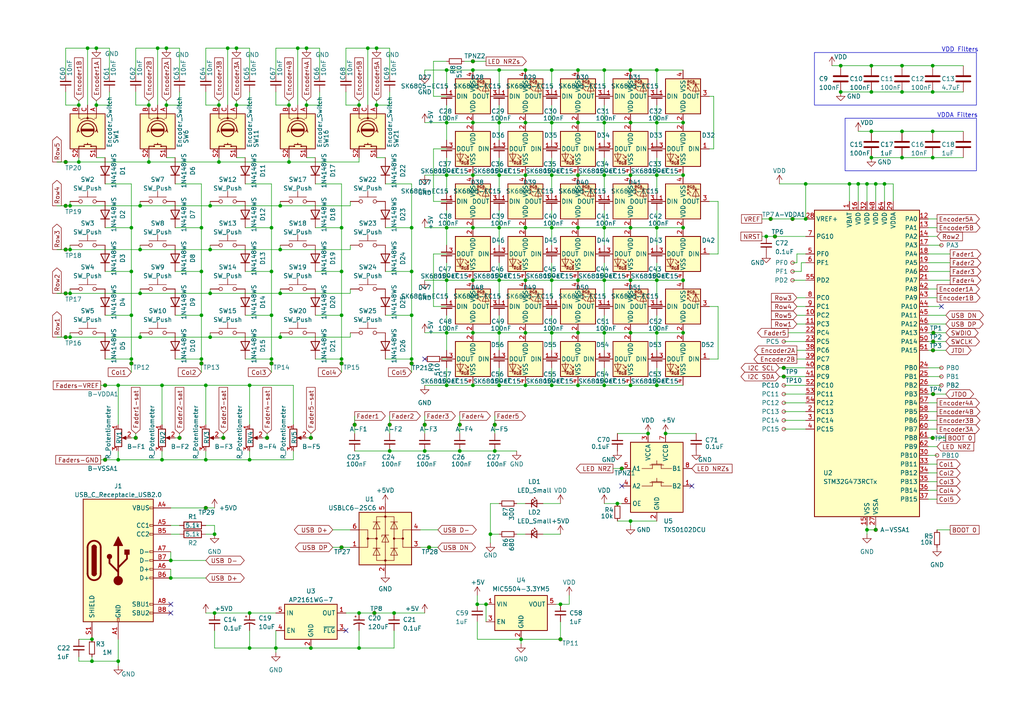
<source format=kicad_sch>
(kicad_sch (version 20231120) (generator "eeschema") (generator_version "8.0")
  (paper "A4")
  (title_block (title "Open source MA3 Fader Wing") (date "2024-05-08") (rev "${REV}") (company "github.com/leocb"))
  (junction (at 270.6065 101.6))
  (junction (at 254 53.34))
  (junction (at 251.46 153.67))
  (junction (at 144.78 50.8))
  (junction (at 34.29 133.35))
  (junction (at 182.88 50.8))
  (junction (at 72.39 111.76))
  (junction (at 144.78 20.32))
  (junction (at 270.6284 114.3))
  (junction (at 137.16 66.04))
  (junction (at 261.62 45.72))
  (junction (at 137.16 81.28))
  (junction (at 81.28 97.79))
  (junction (at 27.94 30.48))
  (junction (at 119.38 78.74))
  (junction (at 261.62 38.1))
  (junction (at 182.88 81.28))
  (junction (at 137.16 35.56))
  (junction (at 108.585 177.8))
  (junction (at 48.26 30.48))
  (junction (at 160.02 20.32))
  (junction (at 38.1 91.44))
  (junction (at 182.88 111.76))
  (junction (at 137.16 20.32))
  (junction (at 133.35 123.19))
  (junction (at 104.14 30.48))
  (junction (at 182.88 151.13))
  (junction (at 162.56 185.42))
  (junction (at 113.03 123.19))
  (junction (at 78.74 91.44))
  (junction (at 48.26 13.97))
  (junction (at 190.5 20.32))
  (junction (at 167.64 111.76))
  (junction (at 109.22 30.48))
  (junction (at 38.1 66.04))
  (junction (at 58.42 66.04))
  (junction (at 144.78 81.28))
  (junction (at 49.53 167.64))
  (junction (at 198.12 96.52))
  (junction (at 182.88 66.04))
  (junction (at 167.64 81.28))
  (junction (at 175.26 50.8))
  (junction (at 38.1 105.41))
  (junction (at 243.84 26.67))
  (junction (at 63.5 30.48))
  (junction (at 78.74 105.41))
  (junction (at 227.33 106.68))
  (junction (at 58.42 91.44))
  (junction (at 38.1 78.74))
  (junction (at 64.77 127))
  (junction (at 143.51 123.19))
  (junction (at 252.73 19.05))
  (junction (at 175.26 35.56))
  (junction (at 40.64 59.69))
  (junction (at 104.14 187.96))
  (junction (at 129.54 35.56))
  (junction (at 162.56 175.26))
  (junction (at 137.16 96.52))
  (junction (at 182.88 96.52))
  (junction (at 30.48 111.76))
  (junction (at 137.16 111.76))
  (junction (at 22.86 30.48))
  (junction (at 46.99 111.76))
  (junction (at 243.84 19.05))
  (junction (at 144.78 96.52))
  (junction (at 129.54 111.76))
  (junction (at 175.26 81.28))
  (junction (at 99.06 78.74))
  (junction (at 187.96 125.73))
  (junction (at 198.12 81.28))
  (junction (at 160.02 111.76))
  (junction (at 19.05 97.79))
  (junction (at 233.68 63.5))
  (junction (at 83.82 46.99))
  (junction (at 43.18 30.48))
  (junction (at 20.32 59.69))
  (junction (at 60.96 72.39))
  (junction (at 58.42 104.14))
  (junction (at 175.26 111.76))
  (junction (at 124.46 158.75))
  (junction (at 198.12 50.8))
  (junction (at 62.23 154.94))
  (junction (at 119.38 105.41))
  (junction (at 261.62 26.67))
  (junction (at 99.06 158.75))
  (junction (at 19.05 72.39))
  (junction (at 81.28 59.69))
  (junction (at 254 153.67))
  (junction (at 179.07 146.05))
  (junction (at 123.19 130.81))
  (junction (at 60.96 85.09))
  (junction (at 190.5 111.76))
  (junction (at 68.58 30.48))
  (junction (at 34.29 191.77))
  (junction (at 46.99 133.35))
  (junction (at 261.62 19.05))
  (junction (at 133.35 130.81))
  (junction (at 26.67 185.42))
  (junction (at 270.51 26.67))
  (junction (at 25.4 13.97))
  (junction (at 102.87 123.19))
  (junction (at 270.51 45.72))
  (junction (at 190.5 96.52))
  (junction (at 198.12 35.56))
  (junction (at 144.78 66.04))
  (junction (at 248.92 53.34))
  (junction (at 246.38 53.34))
  (junction (at 113.03 130.81))
  (junction (at 160.02 66.04))
  (junction (at 26.67 191.77))
  (junction (at 86.36 13.97))
  (junction (at 109.22 13.97))
  (junction (at 182.88 20.32))
  (junction (at 59.69 133.35))
  (junction (at 72.39 133.35))
  (junction (at 229.87 63.5))
  (junction (at 72.39 177.8))
  (junction (at 90.17 127))
  (junction (at 175.26 96.52))
  (junction (at 78.74 104.14))
  (junction (at 137.16 50.8))
  (junction (at 40.64 85.09))
  (junction (at 40.64 72.39))
  (junction (at 190.5 35.56))
  (junction (at 30.48 133.35))
  (junction (at 152.4 96.52))
  (junction (at 190.5 81.28))
  (junction (at 222.25 68.58))
  (junction (at 160.02 96.52))
  (junction (at 180.34 135.89))
  (junction (at 40.64 97.79))
  (junction (at 99.06 104.14))
  (junction (at 129.54 81.28))
  (junction (at 190.5 50.8))
  (junction (at 270.51 127))
  (junction (at 152.4 81.28))
  (junction (at 106.68 13.97))
  (junction (at 129.54 96.52))
  (junction (at 270.51 38.1))
  (junction (at 20.32 85.09))
  (junction (at 270.6544 99.06))
  (junction (at 190.5 66.04))
  (junction (at 138.43 175.26))
  (junction (at 80.01 187.96))
  (junction (at 77.47 127))
  (junction (at 119.38 104.14))
  (junction (at 198.12 66.04))
  (junction (at 19.05 59.69))
  (junction (at 58.42 78.74))
  (junction (at 63.5 46.99))
  (junction (at 167.64 96.52))
  (junction (at 83.82 30.48))
  (junction (at 104.14 177.8))
  (junction (at 152.4 66.04))
  (junction (at 152.4 20.32))
  (junction (at 144.78 111.76))
  (junction (at 167.64 50.8))
  (junction (at 227.33 109.22))
  (junction (at 167.64 66.04))
  (junction (at 160.02 35.56))
  (junction (at 81.28 72.39))
  (junction (at 59.69 147.32))
  (junction (at 39.37 127))
  (junction (at 175.26 66.04))
  (junction (at 20.32 72.39))
  (junction (at 233.68 53.34))
  (junction (at 256.54 53.34))
  (junction (at 252.73 26.67))
  (junction (at 193.04 125.73))
  (junction (at 34.29 111.76))
  (junction (at 123.19 123.19))
  (junction (at 160.02 81.28))
  (junction (at 90.17 187.96))
  (junction (at 152.4 50.8))
  (junction (at 270.7023 96.52))
  (junction (at 60.96 59.69))
  (junction (at 140.97 175.26))
  (junction (at 88.9 30.48))
  (junction (at 224.7667 68.58))
  (junction (at 99.06 91.44))
  (junction (at 20.32 97.79))
  (junction (at 152.4 35.56))
  (junction (at 182.88 35.56))
  (junction (at 251.46 53.34))
  (junction (at 22.86 46.99))
  (junction (at 152.4 111.76))
  (junction (at 68.58 13.97))
  (junction (at 60.96 97.79))
  (junction (at 119.38 91.44))
  (junction (at 175.26 20.32))
  (junction (at 143.51 130.81))
  (junction (at 167.64 35.56))
  (junction (at 252.73 38.1))
  (junction (at 119.38 66.04))
  (junction (at 19.05 85.09))
  (junction (at 58.42 105.41))
  (junction (at 129.54 50.8))
  (junction (at 19.05 46.99))
  (junction (at 151.13 185.42))
  (junction (at 99.06 66.04))
  (junction (at 142.24 154.94))
  (junction (at 62.23 177.8))
  (junction (at 72.39 187.96))
  (junction (at 78.74 78.74))
  (junction (at 66.04 13.97))
  (junction (at 270.51 19.05))
  (junction (at 137.16 17.78))
  (junction (at 99.06 105.41))
  (junction (at 114.3 177.8))
  (junction (at 43.18 46.99))
  (junction (at 129.54 20.32))
  (junction (at 27.94 13.97))
  (junction (at 223.52 63.5))
  (junction (at 167.64 20.32))
  (junction (at 129.54 66.04))
  (junction (at 144.78 35.56))
  (junction (at 160.02 50.8))
  (junction (at 252.73 45.72))
  (junction (at 45.72 13.97))
  (junction (at 49.53 162.56))
  (junction (at 38.1 104.14))
  (junction (at 81.28 85.09))
  (junction (at 59.69 111.76))
  (junction (at 52.07 127))
  (junction (at 78.74 66.04))
  (junction (at 88.9 13.97))
  (no_connect (at 100.33 182.88))
  (no_connect (at 200.66 140.97))
  (no_connect (at 49.53 175.26))
  (no_connect (at 123.19 104.14))
  (no_connect (at 180.34 140.97))
  (no_connect (at 273.05 88.9))
  (no_connect (at 49.53 177.8))
  (wire (pts (xy 160.02 111.76) (xy 167.64 111.76)))
  (wire (pts (xy 111.76 78.74) (xy 119.38 78.74)))
  (wire (pts (xy 27.94 45.72) (xy 30.48 45.72)))
  (wire (pts (xy 72.39 133.35) (xy 85.09 133.35)))
  (wire (pts (xy 91.44 66.04) (xy 99.06 66.04)))
  (wire (pts (xy 59.69 130.81) (xy 59.69 133.35)))
  (wire (pts (xy 270.6544 99.06) (xy 274.32 99.06)))
  (wire (pts (xy 113.03 130.81) (xy 123.19 130.81)))
  (wire (pts (xy 40.64 85.09) (xy 40.64 83.82)))
  (wire (pts (xy 125.73 27.94) (xy 129.54 27.94)))
  (wire (pts (xy 59.69 152.4) (xy 62.23 152.4)))
  (wire (pts (xy 269.24 114.3) (xy 270.6284 114.3)))
  (wire (pts (xy 227.33 119.38) (xy 233.68 119.38)))
  (wire (pts (xy 207.01 43.18) (xy 205.74 43.18)))
  (wire (pts (xy 140.97 17.78) (xy 137.16 17.78)))
  (wire (pts (xy 179.07 125.73) (xy 187.96 125.73)))
  (wire (pts (xy 113.03 13.97) (xy 113.03 21.59)))
  (wire (pts (xy 83.82 45.72) (xy 83.82 46.99)))
  (wire (pts (xy 137.16 35.56) (xy 144.78 35.56)))
  (wire (pts (xy 270.6284 114.3) (xy 274.32 114.3)))
  (wire (pts (xy 40.64 97.79) (xy 60.96 97.79)))
  (wire (pts (xy 227.33 106.68) (xy 233.68 106.68)))
  (wire (pts (xy 248.92 38.1) (xy 252.73 38.1)))
  (wire (pts (xy 160.02 20.32) (xy 167.64 20.32)))
  (wire (pts (xy 246.38 53.34) (xy 246.38 58.42)))
  (wire (pts (xy 182.88 151.13) (xy 190.5 151.13)))
  (wire (pts (xy 125.73 17.78) (xy 125.73 27.94)))
  (wire (pts (xy 71.12 66.04) (xy 78.74 66.04)))
  (wire (pts (xy 233.68 53.34) (xy 246.38 53.34)))
  (wire (pts (xy 165.1 172.72) (xy 165.1 175.26)))
  (wire (pts (xy 175.26 35.56) (xy 182.88 35.56)))
  (wire (pts (xy 127 153.67) (xy 121.92 153.67)))
  (wire (pts (xy 167.64 20.32) (xy 175.26 20.32)))
  (wire (pts (xy 133.35 120.65) (xy 133.35 123.19)))
  (wire (pts (xy 269.24 83.82) (xy 271.78 83.82)))
  (wire (pts (xy 220.98 68.58) (xy 222.25 68.58)))
  (wire (pts (xy 175.26 50.8) (xy 175.26 55.88)))
  (wire (pts (xy 269.24 86.36) (xy 271.78 86.36)))
  (wire (pts (xy 77.47 125.73) (xy 77.47 127)))
  (wire (pts (xy 34.29 191.77) (xy 34.29 193.04)))
  (wire (pts (xy 99.06 53.34) (xy 99.06 66.04)))
  (wire (pts (xy 49.53 165.1) (xy 49.53 167.64)))
  (wire (pts (xy 129.54 45.72) (xy 129.54 50.8)))
  (wire (pts (xy 243.84 19.05) (xy 252.73 19.05)))
  (wire (pts (xy 152.4 111.76) (xy 160.02 111.76)))
  (wire (pts (xy 78.74 66.04) (xy 78.74 78.74)))
  (wire (pts (xy 27.94 13.97) (xy 25.4 13.97)))
  (wire (pts (xy 68.58 13.97) (xy 66.04 13.97)))
  (wire (pts (xy 40.64 59.69) (xy 60.96 59.69)))
  (wire (pts (xy 227.33 116.84) (xy 233.68 116.84)))
  (wire (pts (xy 26.67 190.5) (xy 26.67 191.77)))
  (wire (pts (xy 144.78 111.76) (xy 152.4 111.76)))
  (wire (pts (xy 100.33 13.97) (xy 106.68 13.97)))
  (wire (pts (xy 99.06 158.75) (xy 101.6 158.75)))
  (wire (pts (xy 161.29 175.26) (xy 162.56 175.26)))
  (wire (pts (xy 269.24 139.7) (xy 271.78 139.7)))
  (wire (pts (xy 137.16 96.52) (xy 144.78 96.52)))
  (wire (pts (xy 31.75 26.67) (xy 31.75 30.48)))
  (wire (pts (xy 152.4 96.52) (xy 160.02 96.52)))
  (wire (pts (xy 119.38 105.41) (xy 119.38 107.95)))
  (wire (pts (xy 20.32 71.12) (xy 20.32 72.39)))
  (wire (pts (xy 182.88 81.28) (xy 190.5 81.28)))
  (wire (pts (xy 68.58 29.21) (xy 68.58 30.48)))
  (wire (pts (xy 59.69 133.35) (xy 72.39 133.35)))
  (wire (pts (xy 190.5 66.04) (xy 190.5 71.12)))
  (wire (pts (xy 64.77 127) (xy 63.5 127)))
  (wire (pts (xy 38.1 104.14) (xy 38.1 105.41)))
  (wire (pts (xy 49.53 152.4) (xy 52.07 152.4)))
  (wire (pts (xy 167.64 96.52) (xy 175.26 96.52)))
  (wire (pts (xy 231.14 88.9) (xy 233.68 88.9)))
  (wire (pts (xy 251.46 58.42) (xy 251.46 53.34)))
  (wire (pts (xy 72.39 177.8) (xy 80.01 177.8)))
  (wire (pts (xy 125.73 43.18) (xy 125.73 58.42)))
  (wire (pts (xy 252.73 45.72) (xy 261.62 45.72)))
  (wire (pts (xy 40.64 96.52) (xy 40.64 97.79)))
  (wire (pts (xy 208.28 104.14) (xy 205.74 104.14)))
  (wire (pts (xy 72.39 111.76) (xy 72.39 123.19)))
  (wire (pts (xy 256.54 53.34) (xy 256.54 58.42)))
  (wire (pts (xy 85.09 111.76) (xy 85.09 123.19)))
  (wire (pts (xy 19.05 13.97) (xy 25.4 13.97)))
  (wire (pts (xy 190.5 45.72) (xy 190.5 50.8)))
  (wire (pts (xy 160.02 91.44) (xy 160.02 96.52)))
  (wire (pts (xy 254 153.67) (xy 254 152.4)))
  (wire (pts (xy 138.43 175.26) (xy 140.97 175.26)))
  (wire (pts (xy 175.26 66.04) (xy 175.26 71.12)))
  (wire (pts (xy 190.5 50.8) (xy 198.12 50.8)))
  (wire (pts (xy 50.8 66.04) (xy 58.42 66.04)))
  (wire (pts (xy 22.86 45.72) (xy 22.86 46.99)))
  (wire (pts (xy 59.69 13.97) (xy 59.69 21.59)))
  (wire (pts (xy 129.54 60.96) (xy 129.54 66.04)))
  (wire (pts (xy 58.42 104.14) (xy 58.42 105.41)))
  (wire (pts (xy 38.1 66.04) (xy 38.1 78.74)))
  (wire (pts (xy 231.14 86.36) (xy 233.68 86.36)))
  (wire (pts (xy 157.48 146.05) (xy 162.56 146.05)))
  (wire (pts (xy 179.07 151.13) (xy 182.88 151.13)))
  (wire (pts (xy 229.87 63.5) (xy 233.68 63.5)))
  (wire (pts (xy 227.33 99.06) (xy 233.68 99.06)))
  (wire (pts (xy 144.78 76.2) (xy 144.78 81.28)))
  (wire (pts (xy 190.5 81.28) (xy 198.12 81.28)))
  (wire (pts (xy 137.16 50.8) (xy 144.78 50.8)))
  (wire (pts (xy 22.86 29.21) (xy 22.86 30.48)))
  (wire (pts (xy 175.26 91.44) (xy 175.26 96.52)))
  (wire (pts (xy 119.38 66.04) (xy 119.38 78.74)))
  (wire (pts (xy 144.78 35.56) (xy 152.4 35.56)))
  (wire (pts (xy 269.24 109.22) (xy 273.05 109.22)))
  (wire (pts (xy 261.62 19.05) (xy 270.51 19.05)))
  (wire (pts (xy 143.51 120.65) (xy 143.51 123.19)))
  (wire (pts (xy 88.9 13.97) (xy 92.71 13.97)))
  (wire (pts (xy 208.28 73.66) (xy 205.74 73.66)))
  (wire (pts (xy 160.02 35.56) (xy 167.64 35.56)))
  (wire (pts (xy 167.64 50.8) (xy 175.26 50.8)))
  (wire (pts (xy 269.24 132.08) (xy 271.78 132.08)))
  (wire (pts (xy 27.94 13.97) (xy 31.75 13.97)))
  (wire (pts (xy 149.86 146.05) (xy 152.4 146.05)))
  (wire (pts (xy 152.4 35.56) (xy 160.02 35.56)))
  (wire (pts (xy 182.88 96.52) (xy 190.5 96.52)))
  (wire (pts (xy 190.5 66.04) (xy 198.12 66.04)))
  (wire (pts (xy 22.86 185.42) (xy 26.67 185.42)))
  (wire (pts (xy 190.5 35.56) (xy 190.5 40.64)))
  (wire (pts (xy 20.32 85.09) (xy 19.05 85.09)))
  (wire (pts (xy 182.88 151.13) (xy 182.88 152.4)))
  (wire (pts (xy 109.22 30.48) (xy 113.03 30.48)))
  (wire (pts (xy 167.64 111.76) (xy 175.26 111.76)))
  (wire (pts (xy 62.23 177.8) (xy 72.39 177.8)))
  (wire (pts (xy 62.23 187.96) (xy 62.23 182.88)))
  (wire (pts (xy 129.54 66.04) (xy 137.16 66.04)))
  (wire (pts (xy 160.02 50.8) (xy 167.64 50.8)))
  (wire (pts (xy 252.73 19.05) (xy 261.62 19.05)))
  (wire (pts (xy 113.03 123.19) (xy 113.03 125.73)))
  (wire (pts (xy 270.51 127) (xy 274.32 127)))
  (wire (pts (xy 190.5 96.52) (xy 190.5 101.6)))
  (wire (pts (xy 129.54 106.68) (xy 129.54 111.76)))
  (wire (pts (xy 175.26 45.72) (xy 175.26 50.8)))
  (wire (pts (xy 19.05 13.97) (xy 19.05 21.59)))
  (wire (pts (xy 90.17 125.73) (xy 90.17 127)))
  (wire (pts (xy 92.71 26.67) (xy 92.71 30.48)))
  (wire (pts (xy 52.07 127) (xy 50.8 127)))
  (wire (pts (xy 160.02 81.28) (xy 167.64 81.28)))
  (wire (pts (xy 144.78 66.04) (xy 152.4 66.04)))
  (wire (pts (xy 25.4 13.97) (xy 25.4 30.48)))
  (wire (pts (xy 101.6 97.79) (xy 81.28 97.79)))
  (wire (pts (xy 66.04 13.97) (xy 66.04 30.48)))
  (wire (pts (xy 175.26 76.2) (xy 175.26 81.28)))
  (wire (pts (xy 248.92 58.42) (xy 248.92 53.34)))
  (wire (pts (xy 144.78 50.8) (xy 144.78 55.88)))
  (wire (pts (xy 144.78 50.8) (xy 152.4 50.8)))
  (wire (pts (xy 125.73 58.42) (xy 129.54 58.42)))
  (wire (pts (xy 40.64 72.39) (xy 60.96 72.39)))
  (wire (pts (xy 140.97 175.26) (xy 140.97 180.34)))
  (wire (pts (xy 30.48 133.35) (xy 34.29 133.35)))
  (wire (pts (xy 144.78 60.96) (xy 144.78 66.04)))
  (wire (pts (xy 123.19 123.19) (xy 123.19 125.73)))
  (wire (pts (xy 175.26 81.28) (xy 175.26 86.36)))
  (wire (pts (xy 182.88 50.8) (xy 190.5 50.8)))
  (wire (pts (xy 123.19 66.04) (xy 129.54 66.04)))
  (wire (pts (xy 77.47 127) (xy 76.2 127)))
  (wire (pts (xy 190.5 35.56) (xy 198.12 35.56)))
  (wire (pts (xy 49.53 160.02) (xy 49.53 162.56)))
  (wire (pts (xy 269.24 116.84) (xy 271.78 116.84)))
  (wire (pts (xy 269.24 111.76) (xy 273.05 111.76)))
  (wire (pts (xy 19.05 59.69) (xy 16.51 59.69)))
  (wire (pts (xy 123.19 35.56) (xy 129.54 35.56)))
  (wire (pts (xy 144.78 81.28) (xy 144.78 86.36)))
  (wire (pts (xy 129.54 20.32) (xy 129.54 25.4)))
  (wire (pts (xy 40.64 85.09) (xy 60.96 85.09)))
  (wire (pts (xy 129.54 35.56) (xy 137.16 35.56)))
  (wire (pts (xy 138.43 172.72) (xy 138.43 175.26)))
  (wire (pts (xy 106.68 13.97) (xy 106.68 30.48)))
  (wire (pts (xy 144.78 66.04) (xy 144.78 71.12)))
  (wire (pts (xy 190.5 96.52) (xy 198.12 96.52)))
  (wire (pts (xy 208.28 58.42) (xy 205.74 58.42)))
  (wire (pts (xy 270.6065 101.6) (xy 274.32 101.6)))
  (wire (pts (xy 129.54 81.28) (xy 129.54 86.36)))
  (wire (pts (xy 58.42 91.44) (xy 58.42 104.14)))
  (wire (pts (xy 137.16 81.28) (xy 144.78 81.28)))
  (wire (pts (xy 123.19 21.59) (xy 123.19 20.32)))
  (wire (pts (xy 226.06 106.68) (xy 227.33 106.68)))
  (wire (pts (xy 226.06 53.34) (xy 233.68 53.34)))
  (wire (pts (xy 232.41 76.2) (xy 233.68 76.2)))
  (wire (pts (xy 269.24 68.58) (xy 271.78 68.58)))
  (wire (pts (xy 72.39 187.96) (xy 80.01 187.96)))
  (wire (pts (xy 162.56 175.26) (xy 165.1 175.26)))
  (wire (pts (xy 83.82 46.99) (xy 104.14 46.99)))
  (wire (pts (xy 88.9 30.48) (xy 92.71 30.48)))
  (wire (pts (xy 71.12 53.34) (xy 78.74 53.34)))
  (wire (pts (xy 34.29 111.76) (xy 46.99 111.76)))
  (wire (pts (xy 157.48 154.94) (xy 162.56 154.94)))
  (wire (pts (xy 109.22 45.72) (xy 111.76 45.72)))
  (wire (pts (xy 30.48 78.74) (xy 38.1 78.74)))
  (wire (pts (xy 81.28 71.12) (xy 81.28 72.39)))
  (wire (pts (xy 19.05 97.79) (xy 16.51 97.79)))
  (wire (pts (xy 123.19 96.52) (xy 129.54 96.52)))
  (wire (pts (xy 152.4 66.04) (xy 160.02 66.04)))
  (wire (pts (xy 109.22 29.21) (xy 109.22 30.48)))
  (wire (pts (xy 39.37 13.97) (xy 39.37 21.59)))
  (wire (pts (xy 81.28 58.42) (xy 81.28 59.69)))
  (wire (pts (xy 144.78 96.52) (xy 152.4 96.52)))
  (wire (pts (xy 22.86 46.99) (xy 19.05 46.99)))
  (wire (pts (xy 99.06 66.04) (xy 99.06 78.74)))
  (wire (pts (xy 52.07 13.97) (xy 52.07 21.59)))
  (wire (pts (xy 104.14 182.88) (xy 104.14 187.96)))
  (wire (pts (xy 80.01 13.97) (xy 80.01 21.59)))
  (wire (pts (xy 175.26 35.56) (xy 175.26 40.64)))
  (wire (pts (xy 128.27 104.14) (xy 129.54 104.14)))
  (wire (pts (xy 125.73 43.18) (xy 129.54 43.18)))
  (wire (pts (xy 269.24 76.2) (xy 275.59 76.2)))
  (wire (pts (xy 144.78 91.44) (xy 144.78 96.52)))
  (wire (pts (xy 270.51 38.1) (xy 279.4 38.1)))
  (wire (pts (xy 78.74 104.14) (xy 78.74 105.41)))
  (wire (pts (xy 100.33 26.67) (xy 100.33 30.48)))
  (wire (pts (xy 50.8 53.34) (xy 58.42 53.34)))
  (wire (pts (xy 30.48 111.76) (xy 34.29 111.76)))
  (wire (pts (xy 254 53.34) (xy 256.54 53.34)))
  (wire (pts (xy 59.69 147.32) (xy 62.23 147.32)))
  (wire (pts (xy 19.05 30.48) (xy 22.86 30.48)))
  (wire (pts (xy 160.02 96.52) (xy 167.64 96.52)))
  (wire (pts (xy 152.4 50.8) (xy 160.02 50.8)))
  (wire (pts (xy 182.88 111.76) (xy 190.5 111.76)))
  (wire (pts (xy 113.03 26.67) (xy 113.03 30.48)))
  (wire (pts (xy 58.42 66.04) (xy 58.42 78.74)))
  (wire (pts (xy 175.26 50.8) (xy 182.88 50.8)))
  (wire (pts (xy 269.24 142.24) (xy 271.78 142.24)))
  (wire (pts (xy 177.8 135.89) (xy 180.34 135.89)))
  (wire (pts (xy 243.84 26.67) (xy 252.73 26.67)))
  (wire (pts (xy 144.78 20.32) (xy 152.4 20.32)))
  (wire (pts (xy 26.67 191.77) (xy 34.29 191.77)))
  (wire (pts (xy 231.14 76.2) (xy 231.14 73.66)))
  (wire (pts (xy 123.19 111.76) (xy 129.54 111.76)))
  (wire (pts (xy 31.75 13.97) (xy 31.75 21.59)))
  (wire (pts (xy 160.02 66.04) (xy 160.02 71.12)))
  (wire (pts (xy 123.19 130.81) (xy 133.35 130.81)))
  (wire (pts (xy 251.46 53.34) (xy 254 53.34)))
  (wire (pts (xy 144.78 106.68) (xy 144.78 111.76)))
  (wire (pts (xy 129.54 81.28) (xy 137.16 81.28)))
  (wire (pts (xy 64.77 125.73) (xy 64.77 127)))
  (wire (pts (xy 228.6 96.52) (xy 233.68 96.52)))
  (wire (pts (xy 231.14 76.2) (xy 229.87 76.2)))
  (wire (pts (xy 270.51 26.67) (xy 279.4 26.67)))
  (wire (pts (xy 60.96 59.69) (xy 81.28 59.69)))
  (wire (pts (xy 46.99 111.76) (xy 46.99 123.19)))
  (wire (pts (xy 208.28 88.9) (xy 208.28 104.14)))
  (wire (pts (xy 269.24 71.12) (xy 273.05 71.12)))
  (wire (pts (xy 160.02 60.96) (xy 160.02 66.04)))
  (wire (pts (xy 91.44 53.34) (xy 99.06 53.34)))
  (wire (pts (xy 80.01 30.48) (xy 83.82 30.48)))
  (wire (pts (xy 231.14 91.44) (xy 233.68 91.44)))
  (wire (pts (xy 91.44 104.14) (xy 99.06 104.14)))
  (wire (pts (xy 104.14 45.72) (xy 104.14 46.99)))
  (wire (pts (xy 100.33 13.97) (xy 100.33 21.59)))
  (wire (pts (xy 92.71 13.97) (xy 92.71 21.59)))
  (wire (pts (xy 114.3 177.8) (xy 123.19 177.8)))
  (wire (pts (xy 62.23 152.4) (xy 62.23 154.94)))
  (wire (pts (xy 144.78 30.48) (xy 144.78 35.56)))
  (wire (pts (xy 90.17 187.96) (xy 80.01 187.96)))
  (wire (pts (xy 49.53 162.56) (xy 59.69 162.56)))
  (wire (pts (xy 160.02 81.28) (xy 160.02 86.36)))
  (wire (pts (xy 34.29 133.35) (xy 46.99 133.35)))
  (wire (pts (xy 160.02 35.56) (xy 160.02 40.64)))
  (wire (pts (xy 151.13 185.42) (xy 162.56 185.42)))
  (wire (pts (xy 175.26 111.76) (xy 182.88 111.76)))
  (wire (pts (xy 269.24 93.98) (xy 274.32 93.98)))
  (wire (pts (xy 123.19 120.65) (xy 123.19 123.19)))
  (wire (pts (xy 160.02 96.52) (xy 160.02 101.6)))
  (wire (pts (xy 175.26 60.96) (xy 175.26 66.04)))
  (wire (pts (xy 227.33 121.92) (xy 233.68 121.92)))
  (wire (pts (xy 138.43 185.42) (xy 151.13 185.42)))
  (wire (pts (xy 190.5 111.76) (xy 198.12 111.76)))
  (wire (pts (xy 38.1 105.41) (xy 38.1 107.95)))
  (wire (pts (xy 133.35 130.81) (xy 143.51 130.81)))
  (wire (pts (xy 81.28 83.82) (xy 81.28 85.09)))
  (wire (pts (xy 175.26 96.52) (xy 175.26 101.6)))
  (wire (pts (xy 20.32 97.79) (xy 19.05 97.79)))
  (wire (pts (xy 129.54 76.2) (xy 129.54 81.28)))
  (wire (pts (xy 80.01 13.97) (xy 86.36 13.97)))
  (wire (pts (xy 269.24 106.68) (xy 273.05 106.68)))
  (wire (pts (xy 111.76 104.14) (xy 119.38 104.14)))
  (wire (pts (xy 52.07 26.67) (xy 52.07 30.48)))
  (wire (pts (xy 99.06 105.41) (xy 99.06 107.95)))
  (wire (pts (xy 231.14 101.6) (xy 233.68 101.6)))
  (wire (pts (xy 78.74 53.34) (xy 78.74 66.04)))
  (wire (pts (xy 252.73 38.1) (xy 261.62 38.1)))
  (wire (pts (xy 78.74 105.41) (xy 78.74 107.95)))
  (wire (pts (xy 251.46 53.34) (xy 248.92 53.34)))
  (wire (pts (xy 269.24 119.38) (xy 271.78 119.38)))
  (wire (pts (xy 48.26 13.97) (xy 52.07 13.97)))
  (wire (pts (xy 60.96 72.39) (xy 81.28 72.39)))
  (wire (pts (xy 269.24 66.04) (xy 271.78 66.04)))
  (wire (pts (xy 81.28 96.52) (xy 81.28 97.79)))
  (wire (pts (xy 241.3 19.05) (xy 243.84 19.05)))
  (wire (pts (xy 59.69 111.76) (xy 72.39 111.76)))
  (wire (pts (xy 48.26 30.48) (xy 52.07 30.48)))
  (wire (pts (xy 27.94 29.21) (xy 27.94 30.48)))
  (wire (pts (xy 129.54 50.8) (xy 137.16 50.8)))
  (wire (pts (xy 125.73 88.9) (xy 129.54 88.9)))
  (wire (pts (xy 48.26 13.97) (xy 45.72 13.97)))
  (wire (pts (xy 190.5 20.32) (xy 198.12 20.32)))
  (wire (pts (xy 63.5 29.21) (xy 63.5 30.48)))
  (wire (pts (xy 59.69 30.48) (xy 63.5 30.48)))
  (wire (pts (xy 144.78 96.52) (xy 144.78 101.6)))
  (wire (pts (xy 38.1 78.74) (xy 38.1 91.44)))
  (wire (pts (xy 99.06 104.14) (xy 99.06 105.41)))
  (wire (pts (xy 207.01 27.94) (xy 207.01 43.18)))
  (wire (pts (xy 111.76 53.34) (xy 119.38 53.34)))
  (wire (pts (xy 34.29 185.42) (xy 34.29 191.77)))
  (wire (pts (xy 251.46 153.67) (xy 251.46 152.4)))
  (wire (pts (xy 20.32 72.39) (xy 40.64 72.39)))
  (wire (pts (xy 86.36 13.97) (xy 86.36 30.48)))
  (wire (pts (xy 108.585 177.8) (xy 114.3 177.8)))
  (wire (pts (xy 226.06 109.22) (xy 227.33 109.22)))
  (wire (pts (xy 129.54 96.52) (xy 137.16 96.52)))
  (wire (pts (xy 123.19 50.8) (xy 129.54 50.8)))
  (wire (pts (xy 39.37 26.67) (xy 39.37 30.48)))
  (wire (pts (xy 137.16 17.78) (xy 134.62 17.78)))
  (wire (pts (xy 111.76 66.04) (xy 119.38 66.04)))
  (wire (pts (xy 60.96 58.42) (xy 60.96 59.69)))
  (wire (pts (xy 167.64 66.04) (xy 175.26 66.04)))
  (wire (pts (xy 68.58 13.97) (xy 72.39 13.97)))
  (wire (pts (xy 222.25 68.58) (xy 224.7667 68.58)))
  (wire (pts (xy 91.44 78.74) (xy 99.06 78.74)))
  (wire (pts (xy 102.87 120.65) (xy 102.87 123.19)))
  (wire (pts (xy 231.14 93.98) (xy 233.68 93.98)))
  (wire (pts (xy 43.18 46.99) (xy 43.18 45.72)))
  (wire (pts (xy 58.42 105.41) (xy 58.42 107.95)))
  (wire (pts (xy 30.48 66.04) (xy 38.1 66.04)))
  (wire (pts (xy 46.99 130.81) (xy 46.99 133.35)))
  (wire (pts (xy 143.51 123.19) (xy 143.51 125.73)))
  (wire (pts (xy 68.58 45.72) (xy 71.12 45.72)))
  (wire (pts (xy 138.43 180.34) (xy 138.43 185.42)))
  (wire (pts (xy 78.74 78.74) (xy 78.74 91.44)))
  (wire (pts (xy 142.24 157.48) (xy 142.24 154.94)))
  (wire (pts (xy 224.7667 68.58) (xy 233.68 68.58)))
  (wire (pts (xy 232.41 78.74) (xy 232.41 76.2)))
  (wire (pts (xy 59.69 111.76) (xy 59.69 123.19)))
  (wire (pts (xy 48.26 29.21) (xy 48.26 30.48)))
  (wire (pts (xy 190.5 20.32) (xy 190.5 25.4)))
  (wire (pts (xy 142.24 154.94) (xy 144.78 154.94)))
  (wire (pts (xy 269.24 63.5) (xy 271.78 63.5)))
  (wire (pts (xy 29.21 133.35) (xy 30.48 133.35)))
  (wire (pts (xy 149.86 154.94) (xy 152.4 154.94)))
  (wire (pts (xy 58.42 78.74) (xy 58.42 91.44)))
  (wire (pts (xy 91.44 91.44) (xy 99.06 91.44)))
  (wire (pts (xy 49.53 154.94) (xy 52.07 154.94)))
  (wire (pts (xy 269.24 78.74) (xy 275.59 78.74)))
  (wire (pts (xy 96.52 158.75) (xy 99.06 158.75)))
  (wire (pts (xy 175.26 146.05) (xy 179.07 146.05)))
  (wire (pts (xy 104.14 29.21) (xy 104.14 30.48)))
  (wire (pts (xy 208.28 58.42) (xy 208.28 73.66)))
  (wire (pts (xy 30.48 91.44) (xy 38.1 91.44)))
  (wire (pts (xy 88.9 45.72) (xy 91.44 45.72)))
  (wire (pts (xy 207.01 27.94) (xy 205.74 27.94)))
  (wire (pts (xy 101.6 96.52) (xy 101.6 97.79)))
  (wire (pts (xy 114.3 182.88) (xy 114.3 187.96)))
  (wire (pts (xy 179.07 146.05) (xy 180.34 146.05)))
  (wire (pts (xy 38.1 53.34) (xy 38.1 66.04)))
  (wire (pts (xy 125.73 73.66) (xy 129.54 73.66)))
  (wire (pts (xy 269.24 91.44) (xy 274.32 91.44)))
  (wire (pts (xy 229.87 81.28) (xy 233.68 81.28)))
  (wire (pts (xy 83.82 29.21) (xy 83.82 30.48)))
  (wire (pts (xy 59.69 177.8) (xy 62.23 177.8)))
  (wire (pts (xy 60.96 83.82) (xy 60.96 85.09)))
  (wire (pts (xy 119.38 53.34) (xy 119.38 66.04)))
  (wire (pts (xy 22.86 191.77) (xy 22.86 190.5)))
  (wire (pts (xy 167.64 81.28) (xy 175.26 81.28)))
  (wire (pts (xy 229.87 78.74) (xy 232.41 78.74)))
  (wire (pts (xy 109.22 13.97) (xy 106.68 13.97)))
  (wire (pts (xy 259.08 53.34) (xy 259.08 58.42)))
  (wire (pts (xy 233.68 53.34) (xy 233.68 63.5)))
  (wire (pts (xy 22.86 191.77) (xy 26.67 191.77)))
  (wire (pts (xy 78.74 91.44) (xy 78.74 104.14)))
  (wire (pts (xy 251.46 153.67) (xy 251.46 154.94)))
  (wire (pts (xy 123.19 20.32) (xy 129.54 20.32)))
  (wire (pts (xy 190.5 30.48) (xy 190.5 35.56)))
  (wire (pts (xy 38.1 91.44) (xy 38.1 104.14)))
  (wire (pts (xy 160.02 45.72) (xy 160.02 50.8)))
  (wire (pts (xy 99.06 91.44) (xy 99.06 104.14)))
  (wire (pts (xy 269.24 137.16) (xy 271.78 137.16)))
  (wire (pts (xy 59.69 154.94) (xy 62.23 154.94)))
  (wire (pts (xy 104.14 177.8) (xy 108.585 177.8)))
  (wire (pts (xy 270.51 19.05) (xy 279.4 19.05)))
  (wire (pts (xy 223.52 63.5) (xy 229.87 63.5)))
  (wire (pts (xy 81.28 59.69) (xy 101.6 59.69)))
  (wire (pts (xy 60.96 97.79) (xy 81.28 97.79)))
  (wire (pts (xy 129.54 17.78) (xy 125.73 17.78)))
  (wire (pts (xy 49.53 147.32) (xy 59.69 147.32)))
  (wire (pts (xy 144.78 81.28) (xy 152.4 81.28)))
  (wire (pts (xy 119.38 91.44) (xy 119.38 104.14)))
  (wire (pts (xy 182.88 66.04) (xy 190.5 66.04)))
  (wire (pts (xy 19.05 72.39) (xy 16.51 72.39)))
  (wire (pts (xy 58.42 53.34) (xy 58.42 66.04)))
  (wire (pts (xy 62.23 187.96) (xy 72.39 187.96)))
  (wire (pts (xy 182.88 20.32) (xy 190.5 20.32)))
  (wire (pts (xy 123.19 81.28) (xy 129.54 81.28)))
  (wire (pts (xy 39.37 127) (xy 38.1 127)))
  (wire (pts (xy 80.01 26.67) (xy 80.01 30.48)))
  (wire (pts (xy 101.6 71.12) (xy 101.6 72.39)))
  (wire (pts (xy 227.33 111.76) (xy 233.68 111.76)))
  (wire (pts (xy 60.96 96.52) (xy 60.96 97.79)))
  (wire (pts (xy 50.8 91.44) (xy 58.42 91.44)))
  (wire (pts (xy 261.62 26.67) (xy 270.51 26.67)))
  (wire (pts (xy 109.22 13.97) (xy 113.03 13.97)))
  (wire (pts (xy 81.28 85.09) (xy 101.6 85.09)))
  (wire (pts (xy 101.6 83.82) (xy 101.6 85.09)))
  (wire (pts (xy 190.5 76.2) (xy 190.5 81.28)))
  (wire (pts (xy 269.24 129.54) (xy 271.78 129.54)))
  (wire (pts (xy 144.78 20.32) (xy 144.78 25.4)))
  (wire (pts (xy 208.28 88.9) (xy 205.74 88.9)))
  (wire (pts (xy 52.07 125.73) (xy 52.07 127)))
  (wire (pts (xy 175.26 81.28) (xy 182.88 81.28)))
  (wire (pts (xy 59.69 26.67) (xy 59.69 30.48)))
  (wire (pts (xy 102.87 123.19) (xy 102.87 125.73)))
  (wire (pts (xy 30.48 104.14) (xy 38.1 104.14)))
  (wire (pts (xy 269.24 73.66) (xy 275.59 73.66)))
  (wire (pts (xy 104.14 187.96) (xy 90.17 187.96)))
  (wire (pts (xy 269.24 134.62) (xy 271.78 134.62)))
  (wire (pts (xy 246.38 53.34) (xy 248.92 53.34)))
  (wire (pts (xy 251.46 153.67) (xy 254 153.67)))
  (wire (pts (xy 80.01 189.23) (xy 80.01 187.96)))
  (wire (pts (xy 261.62 45.72) (xy 270.51 45.72)))
  (wire (pts (xy 90.17 127) (xy 88.9 127)))
  (wire (pts (xy 34.29 130.81) (xy 34.29 133.35)))
  (wire (pts (xy 129.54 50.8) (xy 129.54 55.88)))
  (wire (pts (xy 160.02 66.04) (xy 167.64 66.04)))
  (wire (pts (xy 113.03 120.65) (xy 113.03 123.19)))
  (wire (pts (xy 160.02 20.32) (xy 160.02 25.4)))
  (wire (pts (xy 27.94 30.48) (xy 31.75 30.48)))
  (wire (pts (xy 85.09 130.81) (xy 85.09 133.35)))
  (wire (pts (xy 39.37 30.48) (xy 43.18 30.48)))
  (wire (pts (xy 72.39 26.67) (xy 72.39 30.48)))
  (wire (pts (xy 20.32 85.09) (xy 40.64 85.09)))
  (wire (pts (xy 63.5 45.72) (xy 63.5 46.99)))
  (wire (pts (xy 160.02 76.2) (xy 160.02 81.28)))
  (wire (pts (xy 102.87 130.81) (xy 113.03 130.81)))
  (wire (pts (xy 101.6 58.42) (xy 101.6 59.69)))
  (wire (pts (xy 72.39 130.81) (xy 72.39 133.35)))
  (wire (pts (xy 127 158.75) (xy 124.46 158.75)))
  (wire (pts (xy 142.24 154.94) (xy 142.24 146.05)))
  (wire (pts (xy 59.69 13.97) (xy 66.04 13.97)))
  (wire (pts (xy 129.54 20.32) (xy 137.16 20.32)))
  (wire (pts (xy 19.05 85.09) (xy 16.51 85.09)))
  (wire (pts (xy 254 53.34) (xy 254 58.42)))
  (wire (pts (xy 142.24 146.05) (xy 144.78 146.05)))
  (wire (pts (xy 144.78 35.56) (xy 144.78 40.64)))
  (wire (pts (xy 175.26 106.68) (xy 175.26 111.76)))
  (wire (pts (xy 269.24 96.52) (xy 270.7023 96.52)))
  (wire (pts (xy 190.5 50.8) (xy 190.5 55.88)))
  (wire (pts (xy 129.54 35.56) (xy 129.54 40.64)))
  (wire (pts (xy 231.14 104.14) (xy 233.68 104.14)))
  (wire (pts (xy 104.14 187.96) (xy 114.3 187.96)))
  (wire (pts (xy 175.26 96.52) (xy 182.88 96.52)))
  (wire (pts (xy 119.38 104.14) (xy 119.38 105.41)))
  (wire (pts (xy 190.5 60.96) (xy 190.5 66.04)))
  (wire (pts (xy 19.05 26.67) (xy 19.05 30.48)))
  (wire (pts (xy 269.24 101.6) (xy 270.6065 101.6)))
  (wire (pts (xy 129.54 111.76) (xy 137.16 111.76)))
  (wire (pts (xy 40.64 59.69) (xy 40.64 58.42)))
  (wire (pts (xy 100.33 30.48) (xy 104.14 30.48)))
  (wire (pts (xy 129.54 66.04) (xy 129.54 71.12)))
  (wire (pts (xy 152.4 81.28) (xy 160.02 81.28)))
  (wire (pts (xy 30.48 53.34) (xy 38.1 53.34)))
  (wire (pts (xy 227.33 114.3) (xy 233.68 114.3)))
  (wire (pts (xy 20.32 96.52) (xy 20.32 97.79)))
  (wire (pts (xy 40.64 71.12) (xy 40.64 72.39)))
  (wire (pts (xy 152.4 20.32) (xy 160.02 20.32)))
  (wire (pts (xy 137.16 111.76) (xy 144.78 111.76)))
  (wire (pts (xy 96.52 153.67) (xy 101.6 153.67)))
  (wire (pts (xy 160.02 106.68) (xy 160.02 111.76)))
  (wire (pts (xy 48.26 45.72) (xy 50.8 45.72)))
  (wire (pts (xy 227.33 124.46) (xy 233.68 124.46)))
  (wire (pts (xy 137.16 20.32) (xy 144.78 20.32)))
  (wire (pts (xy 269.24 144.78) (xy 271.78 144.78)))
  (wire (pts (xy 269.24 127) (xy 270.51 127)))
  (wire (pts (xy 129.54 96.52) (xy 129.54 101.6)))
  (wire (pts (xy 175.26 66.04) (xy 182.88 66.04)))
  (wire (pts (xy 190.5 91.44) (xy 190.5 96.52)))
  (wire (pts (xy 63.5 46.99) (xy 83.82 46.99)))
  (wire (pts (xy 129.54 30.48) (xy 129.54 35.56)))
  (wire (pts (xy 269.24 81.28) (xy 275.59 81.28)))
  (wire (pts (xy 80.01 182.88) (xy 80.01 187.96)))
  (wire (pts (xy 259.08 53.34) (xy 256.54 53.34)))
  (wire (pts (xy 252.73 26.67) (xy 261.62 26.67)))
  (wire (pts (xy 68.58 30.48) (xy 72.39 30.48)))
  (wire (pts (xy 175.26 20.32) (xy 175.26 25.4)))
  (wire (pts (xy 220.98 63.5) (xy 223.52 63.5)))
  (wire (pts (xy 43.18 46.99) (xy 63.5 46.99)))
  (wire (pts (xy 144.78 45.72) (xy 144.78 50.8)))
  (wire (pts (xy 19.05 46.99) (xy 16.51 46.99)))
  (wire (pts (xy 20.32 59.69) (xy 40.64 59.69)))
  (wire (pts (xy 22.86 46.99) (xy 43.18 46.99)))
  (wire (pts (xy 151.13 185.42) (xy 151.13 186.69)))
  (wire (pts (xy 50.8 104.14) (xy 58.42 104.14)))
  (wire (pts (xy 269.24 124.46) (xy 271.78 124.46)))
  (wire (pts (xy 269.24 99.06) (xy 270.6544 99.06)))
  (wire (pts (xy 20.32 59.69) (xy 19.05 59.69)))
  (wire (pts (xy 111.76 91.44) (xy 119.38 91.44)))
  (wire (pts (xy 261.62 38.1) (xy 270.51 38.1)))
  (wire (pts (xy 227.33 109.22) (xy 233.68 109.22)))
  (wire (pts (xy 34.29 111.76) (xy 34.29 123.19)))
  (wire (pts (xy 99.06 78.74) (xy 99.06 91.44)))
  (wire (pts (xy 269.24 88.9) (xy 273.05 88.9)))
  (wire (pts (xy 72.39 111.76) (xy 85.09 111.76)))
  (wire (pts (xy 231.14 73.66) (xy 233.68 73.66)))
  (wire (pts (xy 137.16 66.04) (xy 144.78 66.04)))
  (wire (pts (xy 270.51 45.72) (xy 279.4 45.72)))
  (wire (pts (xy 101.6 72.39) (xy 81.28 72.39)))
  (wire (pts (xy 124.46 158.75) (xy 121.92 158.75)))
  (wire (pts (xy 190.5 81.28) (xy 190.5 86.36)))
  (wire (pts (xy 133.35 123.19) (xy 133.35 125.73)))
  (wire (pts (xy 71.12 78.74) (xy 78.74 78.74)))
  (wire (pts (xy 175.26 35.56) (xy 167.64 35.56)))
  (wire (pts (xy 45.72 13.97) (xy 45.72 30.48)))
  (wire (pts (xy 39.37 13.97) (xy 45.72 13.97)))
  (wire (pts (xy 72.39 182.88) (xy 72.39 187.96)))
  (wire (pts (xy 39.37 125.73) (xy 39.37 127)))
  (wire (pts (xy 72.39 13.97) (xy 72.39 21.59)))
  (wire (pts (xy 149.86 130.81) (xy 143.51 130.81)))
  (wire (pts (xy 271.78 153.67) (xy 275.59 153.67)))
  (wire (pts (xy 71.12 104.14) (xy 78.74 104.14)))
  (wire (pts (xy 119.38 78.74) (xy 119.38 91.44)))
  (wire (pts (xy 88.9 29.21) (xy 88.9 30.48)))
  (wire (pts (xy 20.32 72.39) (xy 19.05 72.39)))
  (wire (pts (xy 43.18 29.21) (xy 43.18 30.48)))
  (wire (pts (xy 129.54 91.44) (xy 129.54 96.52)))
  (wire (pts (xy 49.53 167.64) (xy 59.69 167.64)))
  (wire (pts (xy 125.73 73.66) (xy 125.73 88.9)))
  (wire (pts (xy 193.04 125.73) (xy 201.93 125.73)))
  (wire (pts (xy 270.7023 96.52) (xy 274.32 96.52)))
  (wire (pts (xy 160.02 30.48) (xy 160.02 35.56)))
  (wire (pts (xy 175.26 20.32) (xy 182.88 20.32)))
  (wire (pts (xy 20.32 83.82) (xy 20.32 85.09)))
  (wire (pts (xy 190.5 35.56) (xy 182.88 35.56)))
  (wire (pts (xy 269.24 121.92) (xy 271.78 121.92)))
  (wire (pts (xy 81.28 85.09) (xy 60.96 85.09)))
  (wire (pts (xy 160.02 50.8) (xy 160.02 55.88)))
  (wire (pts (xy 20.32 58.42) (xy 20.32 59.69)))
  (wire (pts (xy 46.99 111.76) (xy 59.69 111.76)))
  (wire (pts (xy 175.26 30.48) (xy 175.26 35.56)))
  (wire (pts (xy 162.56 180.34) (xy 162.56 185.42)))
  (wire (pts (xy 71.12 91.44) (xy 78.74 91.44)))
  (wire (pts (xy 20.32 97.79) (xy 40.64 97.79)))
  (wire (pts (xy 46.99 133.35) (xy 59.69 133.35)))
  (wire (pts (xy 100.33 177.8) (xy 104.14 177.8)))
  (wire (pts (xy 29.21 111.76) (xy 30.48 111.76)))
  (wire (pts (xy 190.5 106.68) (xy 190.5 111.76)))
  (wire (pts (xy 88.9 13.97) (xy 86.36 13.97)))
  (wire (pts (xy 60.96 71.12) (xy 60.96 72.39)))
  (wire (pts (xy 50.8 78.74) (xy 58.42 78.74)))
  (rectangle (start 245.11 34.29) (end 283.21 49.53))
  (rectangle (start 236.22 15.24) (end 283.21 30.48))
  (text "VDDA Filters\n" (at 271.78 34.29 0) (effects (font (size 1.27 1.27)) (justify left bottom)))
  (text "VDD Filters\n" (at 273.05 15.24 0) (effects (font (size 1.27 1.27)) (justify left bottom)))
  (global_label "Fader1-sat" (shape input) (at 39.37 125.73 90) (property "Intersheetrefs" "${INTERSHEET_REFS}" (effects (hide yes))))
  (global_label "LED NRZs" (shape input) (at 200.66 135.89 0) (property "Intersheetrefs" "${INTERSHEET_REFS}" (effects (hide yes))))
  (global_label "Faders-GND" (shape passive) (at 29.21 133.35 180) (property "Intersheetrefs" "${INTERSHEET_REFS}" (effects (hide yes))))
  (global_label "Fader1" (shape output) (at 102.87 120.65 0) (property "Intersheetrefs" "${INTERSHEET_REFS}" (effects (hide yes))))
  (global_label "NRST" (shape passive) (at 220.98 68.58 180) (property "Intersheetrefs" "${INTERSHEET_REFS}" (effects (hide yes))))
  (global_label "Fader5" (shape output) (at 228.6 96.52 180) (property "Intersheetrefs" "${INTERSHEET_REFS}" (effects (hide yes))))
  (global_label "Fader1" (shape output) (at 275.59 73.66 0) (property "Intersheetrefs" "${INTERSHEET_REFS}" (effects (hide yes))))
  (global_label "Encoder2A" (shape input) (at 48.26 29.21 90) (property "Intersheetrefs" "${INTERSHEET_REFS}" (effects (hide yes))))
  (global_label "Encoder4B" (shape input) (at 83.82 29.21 90) (property "Intersheetrefs" "${INTERSHEET_REFS}" (effects (hide yes))))
  (global_label "Encoder5A" (shape output) (at 271.78 63.5 0) (property "Intersheetrefs" "${INTERSHEET_REFS}" (effects (hide yes))))
  (global_label "LED NRZs" (shape output) (at 140.97 17.78 0) (property "Intersheetrefs" "${INTERSHEET_REFS}" (effects (hide yes))))
  (global_label "USB D-" (shape bidirectional) (at 127 153.67 0) (property "Intersheetrefs" "${INTERSHEET_REFS}" (effects (hide yes))))
  (global_label "Faders-VREF" (shape passive) (at 29.21 111.76 180) (property "Intersheetrefs" "${INTERSHEET_REFS}" (effects (hide yes))))
  (global_label "Row2" (shape input) (at 271.78 68.58 0) (property "Intersheetrefs" "${INTERSHEET_REFS}" (effects (hide yes))))
  (global_label "USB DP" (shape bidirectional) (at 96.52 158.75 180) (property "Intersheetrefs" "${INTERSHEET_REFS}" (effects (hide yes))))
  (global_label "Row3" (shape output) (at 16.51 72.39 90) (property "Intersheetrefs" "${INTERSHEET_REFS}" (effects (hide yes))))
  (global_label "Col3" (shape input) (at 78.74 107.95 180) (property "Intersheetrefs" "${INTERSHEET_REFS}" (effects (hide yes))))
  (global_label "Fader4-sat" (shape input) (at 77.47 125.73 90) (property "Intersheetrefs" "${INTERSHEET_REFS}" (effects (hide yes))))
  (global_label "Fader4" (shape output) (at 275.59 81.28 0) (property "Intersheetrefs" "${INTERSHEET_REFS}" (effects (hide yes))))
  (global_label "USB DN" (shape bidirectional) (at 127 158.75 0) (property "Intersheetrefs" "${INTERSHEET_REFS}" (effects (hide yes))))
  (global_label "Encoder1B" (shape input) (at 22.86 29.21 90) (property "Intersheetrefs" "${INTERSHEET_REFS}" (effects (hide yes))))
  (global_label "Row4" (shape input) (at 231.14 88.9 180) (property "Intersheetrefs" "${INTERSHEET_REFS}" (effects (hide yes))))
  (global_label "Row3" (shape input) (at 231.14 86.36 180) (property "Intersheetrefs" "${INTERSHEET_REFS}" (effects (hide yes))))
  (global_label "Fader2-sat" (shape input) (at 52.07 125.73 90) (property "Intersheetrefs" "${INTERSHEET_REFS}" (effects (hide yes))))
  (global_label "Encoder1A" (shape input) (at 27.94 29.21 90) (property "Intersheetrefs" "${INTERSHEET_REFS}" (effects (hide yes))))
  (global_label "LED NRZ" (shape output) (at 177.8 135.89 180) (property "Intersheetrefs" "${INTERSHEET_REFS}" (effects (hide yes))))
  (global_label "Row2" (shape output) (at 16.51 85.09 90) (property "Intersheetrefs" "${INTERSHEET_REFS}" (effects (hide yes))))
  (global_label "Fader5" (shape output) (at 143.51 120.65 0) (property "Intersheetrefs" "${INTERSHEET_REFS}" (effects (hide yes))))
  (global_label "USB D+" (shape bidirectional) (at 96.52 153.67 180) (property "Intersheetrefs" "${INTERSHEET_REFS}" (effects (hide yes))))
  (global_label "Row5" (shape output) (at 16.51 46.99 90) (property "Intersheetrefs" "${INTERSHEET_REFS}" (effects (hide yes))))
  (global_label "Col3" (shape output) (at 271.78 139.7 0) (property "Intersheetrefs" "${INTERSHEET_REFS}" (effects (hide yes))))
  (global_label "USB DP" (shape bidirectional) (at 274.32 93.98 0) (property "Intersheetrefs" "${INTERSHEET_REFS}" (effects (hide yes))))
  (global_label "Encoder2A" (shape output) (at 231.14 101.6 180) (property "Intersheetrefs" "${INTERSHEET_REFS}" (effects (hide yes))))
  (global_label "Encoder3A" (shape output) (at 271.78 124.46 0) (property "Intersheetrefs" "${INTERSHEET_REFS}" (effects (hide yes))))
  (global_label "Encoder5B" (shape input) (at 104.14 29.21 90) (property "Intersheetrefs" "${INTERSHEET_REFS}" (effects (hide yes))))
  (global_label "JTDO" (shape bidirectional) (at 274.32 114.3 0) (property "Intersheetrefs" "${INTERSHEET_REFS}" (effects (hide yes))))
  (global_label "Fader3" (shape output) (at 123.19 120.65 0) (property "Intersheetrefs" "${INTERSHEET_REFS}" (effects (hide yes))))
  (global_label "SWCLK" (shape bidirectional) (at 274.32 99.06 0) (property "Intersheetrefs" "${INTERSHEET_REFS}" (effects (hide yes))))
  (global_label "BOOT 0" (shape passive) (at 275.59 153.67 0) (property "Intersheetrefs" "${INTERSHEET_REFS}" (effects (hide yes))))
  (global_label "Row4" (shape output) (at 16.51 59.69 90) (property "Intersheetrefs" "${INTERSHEET_REFS}" (effects (hide yes))))
  (global_label "Encoder1B" (shape output) (at 271.78 86.36 0) (property "Intersheetrefs" "${INTERSHEET_REFS}" (effects (hide yes))))
  (global_label "Encoder4A" (shape output) (at 271.78 116.84 0) (property "Intersheetrefs" "${INTERSHEET_REFS}" (effects (hide yes))))
  (global_label "Col5" (shape output) (at 271.78 144.78 0) (property "Intersheetrefs" "${INTERSHEET_REFS}" (effects (hide yes))))
  (global_label "Col1" (shape input) (at 38.1 107.95 180) (property "Intersheetrefs" "${INTERSHEET_REFS}" (effects (hide yes))))
  (global_label "Col4" (shape input) (at 99.06 107.95 180) (property "Intersheetrefs" "${INTERSHEET_REFS}" (effects (hide yes))))
  (global_label "Encoder3B" (shape input) (at 63.5 29.21 90) (property "Intersheetrefs" "${INTERSHEET_REFS}" (effects (hide yes))))
  (global_label "Encoder4A" (shape input) (at 88.9 29.21 90) (property "Intersheetrefs" "${INTERSHEET_REFS}" (effects (hide yes))))
  (global_label "Encoder2B" (shape output) (at 231.14 104.14 180) (property "Intersheetrefs" "${INTERSHEET_REFS}" (effects (hide yes))))
  (global_label "Fader3" (shape output) (at 275.59 78.74 0) (property "Intersheetrefs" "${INTERSHEET_REFS}" (effects (hide yes))))
  (global_label "JTDI" (shape bidirectional) (at 274.32 101.6 0) (property "Intersheetrefs" "${INTERSHEET_REFS}" (effects (hide yes))))
  (global_label "Row1" (shape input) (at 231.14 93.98 180) (property "Intersheetrefs" "${INTERSHEET_REFS}" (effects (hide yes))))
  (global_label "Row5" (shape input) (at 231.14 91.44 180) (property "Intersheetrefs" "${INTERSHEET_REFS}" (effects (hide yes))))
  (global_label "I2C SDA" (shape bidirectional) (at 226.06 109.22 180) (property "Intersheetrefs" "${INTERSHEET_REFS}" (effects (hide yes))))
  (global_label "Col4" (shape output) (at 271.78 142.24 0) (property "Intersheetrefs" "${INTERSHEET_REFS}" (effects (hide yes))))
  (global_label "Col5" (shape input) (at 119.38 107.95 180) (property "Intersheetrefs" "${INTERSHEET_REFS}" (effects (hide yes))))
  (global_label "Encoder3A" (shape input) (at 68.58 29.21 90) (property "Intersheetrefs" "${INTERSHEET_REFS}" (effects (hide yes))))
  (global_label "Fader3-sat" (shape input) (at 64.77 125.73 90) (property "Intersheetrefs" "${INTERSHEET_REFS}" (effects (hide yes))))
  (global_label "USB D+" (shape bidirectional) (at 59.69 167.64 0) (property "Intersheetrefs" "${INTERSHEET_REFS}" (effects (hide yes))))
  (global_label "USB D-" (shape bidirectional) (at 59.69 162.56 0) (property "Intersheetrefs" "${INTERSHEET_REFS}" (effects (hide yes))))
  (global_label "I2C SCL" (shape bidirectional) (at 226.06 106.68 180) (property "Intersheetrefs" "${INTERSHEET_REFS}" (effects (hide yes))))
  (global_label "Col2" (shape input) (at 58.42 107.95 180) (property "Intersheetrefs" "${INTERSHEET_REFS}" (effects (hide yes))))
  (global_label "Encoder3B" (shape output) (at 271.78 121.92 0) (property "Intersheetrefs" "${INTERSHEET_REFS}" (effects (hide yes))))
  (global_label "Encoder5A" (shape input) (at 109.22 29.21 90) (property "Intersheetrefs" "${INTERSHEET_REFS}" (effects (hide yes))))
  (global_label "Fader5-sat" (shape input) (at 90.17 125.73 90) (property "Intersheetrefs" "${INTERSHEET_REFS}" (effects (hide yes))))
  (global_label "Fader2" (shape output) (at 275.59 76.2 0) (property "Intersheetrefs" "${INTERSHEET_REFS}" (effects (hide yes))))
  (global_label "Col2" (shape output) (at 271.78 137.16 0) (property "Intersheetrefs" "${INTERSHEET_REFS}" (effects (hide yes))))
  (global_label "SWDIO" (shape bidirectional) (at 274.32 96.52 0) (property "Intersheetrefs" "${INTERSHEET_REFS}" (effects (hide yes))))
  (global_label "USB DN" (shape bidirectional) (at 274.32 91.44 0) (property "Intersheetrefs" "${INTERSHEET_REFS}" (effects (hide yes))))
  (global_label "Encoder4B" (shape output) (at 271.78 119.38 0) (property "Intersheetrefs" "${INTERSHEET_REFS}" (effects (hide yes))))
  (global_label "Row1" (shape output) (at 16.51 97.79 90) (property "Intersheetrefs" "${INTERSHEET_REFS}" (effects (hide yes))))
  (global_label "VREF" (shape passive) (at 220.98 63.5 180) (property "Intersheetrefs" "${INTERSHEET_REFS}" (effects (hide yes))))
  (global_label "Fader2" (shape output) (at 113.03 120.65 0) (property "Intersheetrefs" "${INTERSHEET_REFS}" (effects (hide yes))))
  (global_label "Encoder1A" (shape output) (at 271.78 83.82 0) (property "Intersheetrefs" "${INTERSHEET_REFS}" (effects (hide yes))))
  (global_label "Col1" (shape output) (at 271.78 134.62 0) (property "Intersheetrefs" "${INTERSHEET_REFS}" (effects (hide yes))))
  (global_label "BOOT 0" (shape passive) (at 274.32 127 0) (property "Intersheetrefs" "${INTERSHEET_REFS}" (effects (hide yes))))
  (global_label "Encoder5B" (shape output) (at 271.78 66.04 0) (property "Intersheetrefs" "${INTERSHEET_REFS}" (effects (hide yes))))
  (global_label "Fader4" (shape output) (at 133.35 120.65 0) (property "Intersheetrefs" "${INTERSHEET_REFS}" (effects (hide yes))))
  (global_label "LED NRZ" (shape input) (at 271.78 129.54 0) (property "Intersheetrefs" "${INTERSHEET_REFS}" (effects (hide yes))))
  (global_label "Encoder2B" (shape input) (at 43.18 29.21 90) (property "Intersheetrefs" "${INTERSHEET_REFS}" (effects (hide yes))))
  (symbol (lib_id "Connector:TestPoint_Small") (at 270.7023 96.52 0) (unit 1) (in_bom no)
    (property "Reference" "TP1" (at 269.6498 95.2034 0) (effects (justify left)))
    (property "Value" "TestPoint_Small" (effects (hide yes)))
    (property "Footprint" "TestPoint:TestPoint_THTPad_D2.0mm_Drill1.0mm" (effects (hide yes)))
  )
  (symbol (lib_id "power:GND") (at 201.93 130.81 0) (unit 1)
    (property "Reference" "#PWR011" (effects (hide yes)))
    (property "Value" "GND" (at 204.47 133.35 0))
  )
  (symbol (lib_id "power:+5V") (at 123.19 177.8 0) (unit 1)
    (property "Reference" "#PWR028" (effects (hide yes)))
    (property "Value" "+5V" (at 117.475 176.53 0) (effects (justify left)))
  )
  (symbol (lib_id "Diode:SM4007") (at 71.12 74.93 270) (mirror x) (unit 1)
    (property "Reference" "D13" (at 76.2 74.93 0))
    (property "Value" "1N4148WS" (at 73.66 74.93 0))
    (property "Footprint" "Diode_SMD:D_SOD-323" (effects (hide yes)))
    (property "Sim.Device" "D" (effects (hide yes)))
    (property "Sim.Pins" "1=K 2=A" (effects (hide yes)))
  )
  (symbol (lib_id "Connector:TestPoint_Small") (at 180.34 135.89 0) (unit 1) (in_bom no)
    (property "Reference" "TPNZ1" (at 178.1271 137.2046 0) (effects (justify left)))
    (property "Value" "TestPoint_Small" (effects (hide yes)))
    (property "Footprint" "TestPoint:TestPoint_Pad_D1.0mm" (effects (hide yes)))
  )
  (symbol (lib_id "Connector:TestPoint_Small") (at 19.05 85.09 0) (unit 1) (in_bom no)
    (property "Reference" "TP17" (at 18.8393 86.8128 0) (effects (justify left)))
    (property "Value" "TestPoint_Small" (effects (hide yes)))
    (property "Footprint" "TestPoint:TestPoint_Pad_D1.0mm" (effects (hide yes)))
  )
  (symbol (lib_id "Custom:SK6805-EC15") (at 167.64 58.42 0) (mirror x) (unit 1)
    (property "Reference" "D39" (at 153.67 52.9238 0))
    (property "Value" "SK6805-EC15" (at 153.67 55.4638 0))
    (property "Footprint" "Custom:LED_SK6805_EC15_1.5x1.5mm" (effects (hide yes)))
    (property "Datasheet" "https://cdn-shop.adafruit.com/product-files/4492/Datasheet.pdf" (effects (hide yes)))
    (property "Description" "RGB LED with integrated controller" (effects (hide yes)))
  )
  (symbol (lib_id "Connector:TestPoint_Small") (at 99.06 105.41 0) (unit 1) (in_bom no)
    (property "Reference" "TP15" (at 99.5184 106.5595 0) (effects (justify left)))
    (property "Value" "TestPoint_Small" (effects (hide yes)))
    (property "Footprint" "TestPoint:TestPoint_Pad_D1.0mm" (effects (hide yes)))
  )
  (symbol (lib_id "Device:C_Small") (at 144.78 104.14 180) (unit 1)
    (property "Reference" "C56" (at 146.2114 108.542 0) (effects (justify left)))
    (property "Value" "100nF" (at 148.3342 110.4594 0) (effects (justify left)))
    (property "Footprint" "Capacitor_SMD:C_0402_1005Metric" (effects (hide yes)))
  )
  (symbol (lib_id "Connector:USB_C_Receptacle_USB2.0") (at 34.29 162.56 0) (unit 1)
    (property "Reference" "J1" (at 34.29 140.97 0))
    (property "Value" "USB_C_Receptacle_USB2.0" (at 34.29 143.51 0))
    (property "Footprint" "Connector_USB:USB_C_Receptacle_GCT_USB4105-xx-A_16P_TopMnt_Horizontal" (effects (hide yes)))
    (property "Datasheet" "https://www.usb.org/sites/default/files/documents/usb_type-c.zip" (effects (hide yes)))
  )
  (symbol (lib_id "Custom:SK6805-EC15") (at 167.64 88.9 0) (mirror x) (unit 1)
    (property "Reference" "D49" (at 153.67 83.4038 0))
    (property "Value" "SK6805-EC15" (at 153.67 85.9438 0))
    (property "Footprint" "Custom:LED_SK6805_EC15_1.5x1.5mm" (effects (hide yes)))
    (property "Datasheet" "https://cdn-shop.adafruit.com/product-files/4492/Datasheet.pdf" (effects (hide yes)))
    (property "Description" "RGB LED with integrated controller" (effects (hide yes)))
  )
  (symbol (lib_id "Custom:SK6805-EC15") (at 152.4 104.14 0) (mirror y) (unit 1)
    (property "Reference" "D55" (at 159.5468 99.9874 0))
    (property "Value" "SK6805-EC15" (at 151.13 109.855 0) (effects (justify left top)))
    (property "Footprint" "Custom:LED_SK6805_EC15_1.5x1.5mm" (effects (hide yes)))
    (property "Datasheet" "https://cdn-shop.adafruit.com/product-files/4492/Datasheet.pdf" (effects (hide yes)))
    (property "Description" "RGB LED with integrated controller" (effects (hide yes)))
  )
  (symbol (lib_id "power:GND") (at 27.94 13.97 0) (unit 1)
    (property "Reference" "#PWR03" (effects (hide yes)))
    (property "Value" "GND" (at 30.387 15.5971 0) (effects (justify left)))
  )
  (symbol (lib_id "Diode:SM4007") (at 30.48 87.63 270) (mirror x) (unit 1)
    (property "Reference" "D4" (at 35.56 87.63 0))
    (property "Value" "1N4148WS" (at 33.02 87.63 0))
    (property "Footprint" "Diode_SMD:D_SOD-323" (effects (hide yes)))
    (property "Sim.Device" "D" (effects (hide yes)))
    (property "Sim.Pins" "1=K 2=A" (effects (hide yes)))
  )
  (symbol (lib_id "Device:C_Small") (at 129.54 73.66 180) (unit 1)
    (property "Reference" "C47" (at 130.9714 78.062 0) (effects (justify left)))
    (property "Value" "100nF" (at 133.0942 79.9794 0) (effects (justify left)))
    (property "Footprint" "Capacitor_SMD:C_0402_1005Metric" (effects (hide yes)))
  )
  (symbol (lib_id "Device:C") (at 261.62 41.91 0) (unit 1)
    (property "Reference" "C17" (at 255.27 41.91 0) (effects (justify left)))
    (property "Value" "1uF" (at 255.27 44.45 0) (effects (justify left)))
    (property "Footprint" "Capacitor_SMD:C_0402_1005Metric" (effects (hide yes)))
  )
  (symbol (lib_id "Diode:SM4007") (at 50.8 87.63 270) (mirror x) (unit 1)
    (property "Reference" "D9" (at 55.88 87.63 0))
    (property "Value" "1N4148WS" (at 53.34 87.63 0))
    (property "Footprint" "Diode_SMD:D_SOD-323" (effects (hide yes)))
    (property "Sim.Device" "D" (effects (hide yes)))
    (property "Sim.Pins" "1=K 2=A" (effects (hide yes)))
  )
  (symbol (lib_id "Device:C_Small") (at 144.78 58.42 0) (unit 1)
    (property "Reference" "C39" (at 142.4707 62.7592 0) (effects (justify left)))
    (property "Value" "100nF" (at 142.24 64.77 0) (effects (justify left)))
    (property "Footprint" "Capacitor_SMD:C_0402_1005Metric" (effects (hide yes)))
  )
  (symbol (lib_id "Connector:TestPoint_Small") (at 162.56 185.42 0) (unit 1) (in_bom no)
    (property "Reference" "TP11" (at 163.0184 186.5695 0) (effects (justify left)))
    (property "Value" "TestPoint_Small" (effects (hide yes)))
    (property "Footprint" "TestPoint:TestPoint_THTPad_D2.0mm_Drill1.0mm" (effects (hide yes)))
  )
  (symbol (lib_id "Device:R_Small") (at 125.73 104.14 270) (unit 1)
    (property "Reference" "R9" (at 125.0389 106.5492 0))
    (property "Value" "510" (at 126.8194 107.1655 0))
    (property "Footprint" "Resistor_SMD:R_0603_1608Metric" (effects (hide yes)))
  )
  (symbol (lib_id "power:VDD") (at 162.56 146.05 0) (mirror y) (unit 1)
    (property "Reference" "#PWR041" (effects (hide yes)))
    (property "Value" "VDD" (at 162.56 142.24 0))
  )
  (symbol (lib_id "power:+5V") (at 123.19 96.52 0) (unit 1)
    (property "Reference" "#PWR017" (effects (hide yes)))
    (property "Value" "+5V" (at 124.8869 97.0972 90) (effects (justify left)))
  )
  (symbol (lib_id "Diode:SM4007") (at 30.48 74.93 270) (mirror x) (unit 1)
    (property "Reference" "D3" (at 35.56 74.93 0))
    (property "Value" "1N4148WS" (at 33.02 74.93 0))
    (property "Footprint" "Diode_SMD:D_SOD-323" (effects (hide yes)))
    (property "Sim.Device" "D" (effects (hide yes)))
    (property "Sim.Pins" "1=K 2=A" (effects (hide yes)))
  )
  (symbol (lib_id "Device:C") (at 252.73 41.91 0) (unit 1)
    (property "Reference" "C15" (at 246.38 41.91 0) (effects (justify left)))
    (property "Value" "100nF" (at 246.38 44.45 0) (effects (justify left)))
    (property "Footprint" "Capacitor_SMD:C_0402_1005Metric" (effects (hide yes)))
  )
  (symbol (lib_id "Device:C_Small") (at 175.26 88.9 0) (unit 1)
    (property "Reference" "C51" (at 172.9507 93.2392 0) (effects (justify left)))
    (property "Value" "100nF" (at 172.72 95.25 0) (effects (justify left)))
    (property "Footprint" "Capacitor_SMD:C_0402_1005Metric" (effects (hide yes)))
  )
  (symbol (lib_id "Connector:TestPoint_Small") (at 227.33 124.46 0) (mirror y) (unit 1) (in_bom no)
    (property "Reference" "PC15" (at 226.06 124.46 0) (effects (justify left)))
    (property "Value" "TestPoint_Small" (effects (hide yes)))
    (property "Footprint" "TestPoint:TestPoint_Pad_D1.0mm" (effects (hide yes)))
  )
  (symbol (lib_id "Device:C_Small") (at 175.26 27.94 0) (unit 1)
    (property "Reference" "C31" (at 172.9507 32.2792 0) (effects (justify left)))
    (property "Value" "100nF" (at 172.72 34.29 0) (effects (justify left)))
    (property "Footprint" "Capacitor_SMD:C_0402_1005Metric" (effects (hide yes)))
  )
  (symbol (lib_id "Diode:SM4007") (at 30.48 100.33 270) (mirror x) (unit 1)
    (property "Reference" "D5" (at 35.56 100.33 0))
    (property "Value" "1N4148WS" (at 33.02 100.33 0))
    (property "Footprint" "Diode_SMD:D_SOD-323" (effects (hide yes)))
    (property "Sim.Device" "D" (effects (hide yes)))
    (property "Sim.Pins" "1=K 2=A" (effects (hide yes)))
  )
  (symbol (lib_id "Connector:TestPoint_Small") (at 38.1 105.41 0) (unit 1) (in_bom no)
    (property "Reference" "TP12" (at 38.5584 106.5595 0) (effects (justify left)))
    (property "Value" "TestPoint_Small" (effects (hide yes)))
    (property "Footprint" "TestPoint:TestPoint_Pad_D1.0mm" (effects (hide yes)))
  )
  (symbol (lib_id "Connector:TestPoint_Small") (at 229.87 78.74 0) (mirror y) (unit 1) (in_bom no)
    (property "Reference" "PF1" (at 228.6 78.74 0) (effects (justify left)))
    (property "Value" "TestPoint_Small" (effects (hide yes)))
    (property "Footprint" "TestPoint:TestPoint_Pad_D1.0mm" (effects (hide yes)))
  )
  (symbol (lib_id "Switch:SW_Push") (at 106.68 83.82 0) (unit 1) (in_bom no)
    (property "Reference" "SW24" (at 106.68 77.47 0))
    (property "Value" "SW_Push" (at 106.68 80.01 0))
    (property "Footprint" "Custom:SW_OUTEMU_1.00u_PCB_LED" (effects (hide yes)))
  )
  (symbol (lib_id "power:GND") (at 80.01 189.23 0) (unit 1)
    (property "Reference" "#PWR018" (effects (hide yes)))
    (property "Value" "GND" (at 80.01 194.31 0))
  )
  (symbol (lib_id "Device:C") (at 252.73 22.86 0) (unit 1)
    (property "Reference" "C10" (at 246.38 22.86 0) (effects (justify left)))
    (property "Value" "100nF" (at 246.38 25.4 0) (effects (justify left)))
    (property "Footprint" "Capacitor_SMD:C_0402_1005Metric" (effects (hide yes)))
  )
  (symbol (lib_id "Device:C_Polarized_Small_US") (at 72.39 180.34 0) (unit 1)
    (property "Reference" "C19" (at 74.93 179.2732 0) (effects (justify left)))
    (property "Value" "10uF" (at 74.93 181.8132 0) (effects (justify left)))
    (property "Footprint" "Capacitor_Tantalum_SMD:CP_EIA-3216-18_Kemet-A" (effects (hide yes)))
  )
  (symbol (lib_id "Device:C_Small") (at 100.33 24.13 180) (unit 1)
    (property "Reference" "C68" (at 99.436 19.369 90) (effects (justify left)))
    (property "Value" "10nF" (at 101.4815 17.2305 90) (effects (justify left)))
    (property "Footprint" "Capacitor_SMD:C_0402_1005Metric" (effects (hide yes)))
  )
  (symbol (lib_id "power:GND") (at 34.29 193.04 0) (unit 1)
    (property "Reference" "#PWR02" (effects (hide yes)))
    (property "Value" "GND" (at 37.2222 195.5238 0))
  )
  (symbol (lib_id "Connector:TestPoint_Small") (at 143.51 123.19 0) (unit 1)
    (property "Reference" "A-F5" (at 142.24 124.46 0) (effects (justify left)))
    (property "Value" "TestPoint_Small" (effects (hide yes)))
    (property "Footprint" "TestPoint:TestPoint_THTPad_D2.0mm_Drill1.0mm" (effects (hide yes)))
  )
  (symbol (lib_id "Connector:TestPoint_Small") (at 270.51 127 0) (unit 1) (in_bom no)
    (property "Reference" "TP5" (at 270.9799 127.1845 0) (effects (justify left)))
    (property "Value" "TestPoint_Small" (effects (hide yes)))
    (property "Footprint" "TestPoint:TestPoint_THTPad_D2.0mm_Drill1.0mm" (effects (hide yes)))
  )
  (symbol (lib_id "Custom:SK6805-EC15") (at 182.88 73.66 0) (mirror y) (unit 1)
    (property "Reference" "D43" (at 190.2297 69.7348 0))
    (property "Value" "SK6805-EC15" (at 181.61 79.375 0) (effects (justify left top)))
    (property "Footprint" "Custom:LED_SK6805_EC15_1.5x1.5mm" (effects (hide yes)))
    (property "Datasheet" "https://cdn-shop.adafruit.com/product-files/4492/Datasheet.pdf" (effects (hide yes)))
    (property "Description" "RGB LED with integrated controller" (effects (hide yes)))
  )
  (symbol (lib_id "Switch:SW_Push") (at 25.4 71.12 0) (unit 1) (in_bom no)
    (property "Reference" "SW3" (at 25.4 64.77 0))
    (property "Value" "SW_Push" (at 25.4 67.31 0))
    (property "Footprint" "Custom:SW_OUTEMU_1.00u_PCB_LED" (effects (hide yes)))
  )
  (symbol (lib_id "Device:R_Small") (at 147.32 154.94 270) (unit 1)
    (property "Reference" "R6" (at 146.6289 157.3492 0))
    (property "Value" "680" (at 148.4094 157.9655 0))
    (property "Footprint" "Resistor_SMD:R_0603_1608Metric" (effects (hide yes)))
  )
  (symbol (lib_id "Device:C_Small") (at 144.78 27.94 0) (unit 1)
    (property "Reference" "C29" (at 142.4707 32.2792 0) (effects (justify left)))
    (property "Value" "100nF" (at 142.24 34.29 0) (effects (justify left)))
    (property "Footprint" "Capacitor_SMD:C_0402_1005Metric" (effects (hide yes)))
  )
  (symbol (lib_id "Custom:SK6805-EC15") (at 182.88 27.94 0) (mirror x) (unit 1)
    (property "Reference" "D30" (at 168.91 22.4438 0))
    (property "Value" "SK6805-EC15" (at 168.91 24.9838 0))
    (property "Footprint" "Custom:LED_SK6805_EC15_1.5x1.5mm" (effects (hide yes)))
    (property "Datasheet" "https://cdn-shop.adafruit.com/product-files/4492/Datasheet.pdf" (effects (hide yes)))
    (property "Description" "RGB LED with integrated controller" (effects (hide yes)))
  )
  (symbol (lib_id "power:+5V") (at 123.19 35.56 0) (unit 1)
    (property "Reference" "#PWR013" (effects (hide yes)))
    (property "Value" "+5V" (at 124.8869 36.1372 90) (effects (justify left)))
  )
  (symbol (lib_id "Custom:SK6805-EC15") (at 198.12 73.66 0) (mirror y) (unit 1)
    (property "Reference" "D42" (at 205.4697 69.7348 0))
    (property "Value" "SK6805-EC15" (at 196.85 79.375 0) (effects (justify left top)))
    (property "Footprint" "Custom:LED_SK6805_EC15_1.5x1.5mm" (effects (hide yes)))
    (property "Datasheet" "https://cdn-shop.adafruit.com/product-files/4492/Datasheet.pdf" (effects (hide yes)))
    (property "Description" "RGB LED with integrated controller" (effects (hide yes)))
  )
  (symbol (lib_id "Connector:TestPoint_Small") (at 227.33 109.22 0) (unit 1) (in_bom no)
    (property "Reference" "TP10" (at 227.7884 110.3695 0) (effects (justify left)))
    (property "Value" "TestPoint_Small" (effects (hide yes)))
    (property "Footprint" "TestPoint:TestPoint_THTPad_D2.0mm_Drill1.0mm" (effects (hide yes)))
  )
  (symbol (lib_id "Connector:TestPoint_Small") (at 227.33 111.76 0) (mirror y) (unit 1) (in_bom no)
    (property "Reference" "PC10" (at 226.06 111.76 0) (effects (justify left)))
    (property "Value" "TestPoint_Small" (effects (hide yes)))
    (property "Footprint" "TestPoint:TestPoint_Pad_D1.0mm" (effects (hide yes)))
  )
  (symbol (lib_id "power:GND") (at 151.13 186.69 0) (unit 1)
    (property "Reference" "#PWR032" (effects (hide yes)))
    (property "Value" "GND" (at 151.13 191.135 0))
  )
  (symbol (lib_id "power:GND") (at 142.24 157.48 0) (unit 1)
    (property "Reference" "#PWR01" (effects (hide yes)))
    (property "Value" "GND" (at 142.24 161.036 0))
  )
  (symbol (lib_id "power:VDD") (at 165.1 172.72 0) (mirror y) (unit 1)
    (property "Reference" "#PWR025" (effects (hide yes)))
    (property "Value" "VDD" (at 165.1 168.91 0))
  )
  (symbol (lib_id "Switch:SW_Push") (at 66.04 58.42 0) (unit 1) (in_bom no)
    (property "Reference" "SW12" (at 66.04 52.07 0))
    (property "Value" "SW_Push" (at 66.04 54.61 0))
    (property "Footprint" "Custom:SW_OUTEMU_1.00u_PCB_LED" (effects (hide yes)))
  )
  (symbol (lib_id "Diode:SM4007") (at 91.44 100.33 270) (mirror x) (unit 1)
    (property "Reference" "D21" (at 96.52 100.33 0))
    (property "Value" "1N4148WS" (at 93.98 100.33 0))
    (property "Footprint" "Diode_SMD:D_SOD-323" (effects (hide yes)))
    (property "Sim.Device" "D" (effects (hide yes)))
    (property "Sim.Pins" "1=K 2=A" (effects (hide yes)))
  )
  (symbol (lib_id "Device:R") (at 55.88 152.4 90) (unit 1)
    (property "Reference" "R1" (at 55.88 149.86 90))
    (property "Value" "5.1k" (at 55.88 152.4 90))
    (property "Footprint" "Resistor_SMD:R_0603_1608Metric" (effects (hide yes)))
  )
  (symbol (lib_id "Connector:TestPoint_Small") (at 227.33 114.3 0) (mirror y) (unit 1) (in_bom no)
    (property "Reference" "PC11" (at 226.06 114.3 0) (effects (justify left)))
    (property "Value" "TestPoint_Small" (effects (hide yes)))
    (property "Footprint" "TestPoint:TestPoint_Pad_D1.0mm" (effects (hide yes)))
  )
  (symbol (lib_id "Connector:TestPoint_Small") (at 229.87 76.2 0) (mirror y) (unit 1) (in_bom no)
    (property "Reference" "PF0" (at 228.6 76.2 0) (effects (justify left)))
    (property "Value" "TestPoint_Small" (effects (hide yes)))
    (property "Footprint" "TestPoint:TestPoint_Pad_D1.0mm" (effects (hide yes)))
  )
  (symbol (lib_id "Custom:SK6805-EC15") (at 152.4 88.9 0) (mirror x) (unit 1)
    (property "Reference" "D48" (at 138.43 83.4038 0))
    (property "Value" "SK6805-EC15" (at 138.43 85.9438 0))
    (property "Footprint" "Custom:LED_SK6805_EC15_1.5x1.5mm" (effects (hide yes)))
    (property "Datasheet" "https://cdn-shop.adafruit.com/product-files/4492/Datasheet.pdf" (effects (hide yes)))
    (property "Description" "RGB LED with integrated controller" (effects (hide yes)))
  )
  (symbol (lib_id "power:VDD") (at 187.96 125.73 0) (mirror y) (unit 1)
    (property "Reference" "#PWR033" (effects (hide yes)))
    (property "Value" "VDD" (at 187.96 121.92 0))
  )
  (symbol (lib_id "Device:C_Small") (at 190.5 27.94 0) (unit 1)
    (property "Reference" "C32" (at 188.1907 32.2792 0) (effects (justify left)))
    (property "Value" "100nF" (at 187.96 34.29 0) (effects (justify left)))
    (property "Footprint" "Capacitor_SMD:C_0402_1005Metric" (effects (hide yes)))
  )
  (symbol (lib_id "Device:C_Polarized_Small_US") (at 104.14 180.34 0) (unit 1)
    (property "Reference" "C20" (at 106.68 179.2732 0) (effects (justify left)))
    (property "Value" "120uF" (at 106.68 181.8132 0) (effects (justify left)))
    (property "Footprint" "Capacitor_Tantalum_SMD:CP_EIA-3528-21_Kemet-B" (effects (hide yes)))
  )
  (symbol (lib_id "Device:C_Small") (at 123.19 128.27 0) (unit 1)
    (property "Reference" "C25" (at 120.8807 132.6092 0) (effects (justify left)))
    (property "Value" "100nF" (at 120.65 134.62 0) (effects (justify left)))
    (property "Footprint" "Capacitor_SMD:C_0402_1005Metric" (effects (hide yes)))
  )
  (symbol (lib_id "power:+5V") (at 138.43 172.72 0) (unit 1)
    (property "Reference" "#PWR031" (effects (hide yes)))
    (property "Value" "+5V" (at 136.525 168.91 0) (effects (justify left)))
  )
  (symbol (lib_id "Device:RotaryEncoder_Switch") (at 86.36 38.1 270) (unit 1) (in_bom no)
    (property "Reference" "SW16" (at 94.5986 37.5705 0) (effects (justify left)))
    (property "Value" "Encoder_Switch" (at 92.71 27.94 0) (effects (justify left)))
    (property "Footprint" "Rotary_Encoder:RotaryEncoder_Alps_EC12E-Switch_Vertical_H20mm_CircularMountingHoles" (effects (hide yes)))
  )
  (symbol (lib_id "power:GND") (at 271.78 158.75 0) (unit 1)
    (property "Reference" "#PWR038" (effects (hide yes)))
    (property "Value" "GND" (at 271.78 163.83 0))
  )
  (symbol (lib_id "Connector:TestPoint_Small") (at 78.74 105.41 0) (unit 1) (in_bom no)
    (property "Reference" "TP14" (at 79.1984 106.5595 0) (effects (justify left)))
    (property "Value" "TestPoint_Small" (effects (hide yes)))
    (property "Footprint" "TestPoint:TestPoint_Pad_D1.0mm" (effects (hide yes)))
  )
  (symbol (lib_id "Custom:SK6805-EC15") (at 137.16 43.18 0) (mirror y) (unit 1)
    (property "Reference" "D36" (at 144.5097 39.2548 0))
    (property "Value" "SK6805-EC15" (at 135.89 48.895 0) (effects (justify left top)))
    (property "Footprint" "Custom:LED_SK6805_EC15_1.5x1.5mm" (effects (hide yes)))
    (property "Datasheet" "https://cdn-shop.adafruit.com/product-files/4492/Datasheet.pdf" (effects (hide yes)))
    (property "Description" "RGB LED with integrated controller" (effects (hide yes)))
  )
  (symbol (lib_id "Switch:SW_Push") (at 66.04 71.12 0) (unit 1) (in_bom no)
    (property "Reference" "SW13" (at 66.04 64.77 0))
    (property "Value" "SW_Push" (at 66.04 67.31 0))
    (property "Footprint" "Custom:SW_OUTEMU_1.00u_PCB_LED" (effects (hide yes)))
  )
  (symbol (lib_id "Connector:TestPoint_Small") (at 227.33 121.92 0) (mirror y) (unit 1) (in_bom no)
    (property "Reference" "PC14" (at 226.06 121.92 0) (effects (justify left)))
    (property "Value" "TestPoint_Small" (effects (hide yes)))
    (property "Footprint" "TestPoint:TestPoint_Pad_D1.0mm" (effects (hide yes)))
  )
  (symbol (lib_id "Diode:SM4007") (at 91.44 62.23 270) (mirror x) (unit 1)
    (property "Reference" "D18" (at 96.52 62.23 0))
    (property "Value" "1N4148WS" (at 93.98 62.23 0))
    (property "Footprint" "Diode_SMD:D_SOD-323" (effects (hide yes)))
    (property "Sim.Device" "D" (effects (hide yes)))
    (property "Sim.Pins" "1=K 2=A" (effects (hide yes)))
  )
  (symbol (lib_id "Connector:TestPoint_Small") (at 90.17 127 0) (unit 1)
    (property "Reference" "B-F5" (at 87.63 129.54 0) (effects (justify left)))
    (property "Value" "TestPoint_Small" (effects (hide yes)))
    (property "Footprint" "TestPoint:TestPoint_THTPad_D2.0mm_Drill1.0mm" (effects (hide yes)))
  )
  (symbol (lib_id "Device:R_Small") (at 26.67 187.96 180) (unit 1)
    (property "Reference" "R3" (at 29.1104 186.8207 0))
    (property "Value" "1M" (at 31.115 189.23 0))
    (property "Footprint" "Resistor_SMD:R_0603_1608Metric" (effects (hide yes)))
  )
  (symbol (lib_id "Custom:SK6805-EC15") (at 182.88 88.9 0) (mirror x) (unit 1)
    (property "Reference" "D50" (at 168.91 83.4038 0))
    (property "Value" "SK6805-EC15" (at 168.91 85.9438 0))
    (property "Footprint" "Custom:LED_SK6805_EC15_1.5x1.5mm" (effects (hide yes)))
    (property "Datasheet" "https://cdn-shop.adafruit.com/product-files/4492/Datasheet.pdf" (effects (hide yes)))
    (property "Description" "RGB LED with integrated controller" (effects (hide yes)))
  )
  (symbol (lib_id "power:GND") (at 88.9 13.97 0) (unit 1)
    (property "Reference" "#PWR010" (effects (hide yes)))
    (property "Value" "GND" (at 91.44 15.875 0) (effects (justify left)))
  )
  (symbol (lib_id "Connector:TestPoint_Small") (at 30.48 133.35 0) (unit 1)
    (property "Reference" "B-VSSA1" (at 25.4 135.89 0) (effects (justify left)))
    (property "Value" "TestPoint_Small" (effects (hide yes)))
    (property "Footprint" "TestPoint:TestPoint_THTPad_D2.0mm_Drill1.0mm" (effects (hide yes)))
  )
  (symbol (lib_id "MCU_ST_STM32G4:STM32G473RCTx") (at 251.46 106.68 0) (unit 1)
    (property "Reference" "U2" (at 238.76 137.16 0) (effects (justify left)))
    (property "Value" "STM32G473RCTx" (at 238.76 139.7 0) (effects (justify left)))
    (property "Footprint" "Package_QFP:LQFP-64_10x10mm_P0.5mm" (effects (hide yes)))
    (property "Datasheet" "https://www.st.com/resource/en/datasheet/stm32g473rc.pdf" (effects (hide yes)))
  )
  (symbol (lib_id "Diode:SM4007") (at 91.44 87.63 270) (mirror x) (unit 1)
    (property "Reference" "D20" (at 96.52 87.63 0))
    (property "Value" "1N4148WS" (at 93.98 87.63 0))
    (property "Footprint" "Diode_SMD:D_SOD-323" (effects (hide yes)))
    (property "Sim.Device" "D" (effects (hide yes)))
    (property "Sim.Pins" "1=K 2=A" (effects (hide yes)))
  )
  (symbol (lib_id "Device:R_Small") (at 179.07 148.59 180) (unit 1)
    (property "Reference" "R4" (at 176.6608 147.8989 0))
    (property "Value" "10k" (at 176.0445 149.6794 0))
    (property "Footprint" "Resistor_SMD:R_0603_1608Metric" (effects (hide yes)))
  )
  (symbol (lib_id "Device:R_Potentiometer") (at 46.99 127 0) (unit 1) (in_bom no)
    (property "Reference" "RV2" (at 47.2429 125.0209 90) (effects (justify right)))
    (property "Value" "R_Potentiometer" (at 44.0718 117.5009 90) (effects (justify right)))
    (property "Footprint" "Custom:B103-75mm-Mixer-Fader-B10K" (effects (hide yes)))
  )
  (symbol (lib_id "Connector:TestPoint_Small") (at 229.87 63.5 0) (unit 1) (in_bom no)
    (property "Reference" "A-VDDA1" (at 224.79 62.23 0) (effects (justify left)))
    (property "Value" "TestPoint_Small" (effects (hide yes)))
    (property "Footprint" "TestPoint:TestPoint_THTPad_D2.0mm_Drill1.0mm" (effects (hide yes)))
  )
  (symbol (lib_id "Device:C_Small") (at 201.93 128.27 0) (unit 1)
    (property "Reference" "C71" (at 204.47 127.6413 0) (effects (justify left)))
    (property "Value" "0.1uF" (at 204.47 129.54 0) (effects (justify left)))
    (property "Footprint" "Capacitor_SMD:C_0402_1005Metric" (effects (hide yes)))
  )
  (symbol (lib_id "Device:C_Small") (at 179.07 128.27 0) (unit 1)
    (property "Reference" "C70" (at 173.125 127.5293 0) (effects (justify left)))
    (property "Value" "0.1uF" (at 171.45 129.54 0) (effects (justify left)))
    (property "Footprint" "Capacitor_SMD:C_0402_1005Metric" (effects (hide yes)))
  )
  (symbol (lib_id "Custom:SK6805-EC15") (at 198.12 27.94 0) (mirror x) (unit 1)
    (property "Reference" "D31" (at 184.15 22.4438 0))
    (property "Value" "SK6805-EC15" (at 184.15 24.9838 0))
    (property "Footprint" "Custom:LED_SK6805_EC15_1.5x1.5mm" (effects (hide yes)))
    (property "Datasheet" "https://cdn-shop.adafruit.com/product-files/4492/Datasheet.pdf" (effects (hide yes)))
    (property "Description" "RGB LED with integrated controller" (effects (hide yes)))
  )
  (symbol (lib_id "Diode:SM4007") (at 50.8 100.33 270) (mirror x) (unit 1)
    (property "Reference" "D10" (at 55.88 100.33 0))
    (property "Value" "1N4148WS" (at 53.34 100.33 0))
    (property "Footprint" "Diode_SMD:D_SOD-323" (effects (hide yes)))
    (property "Sim.Device" "D" (effects (hide yes)))
    (property "Sim.Pins" "1=K 2=A" (effects (hide yes)))
  )
  (symbol (lib_id "Device:R") (at 55.88 154.94 90) (unit 1)
    (property "Reference" "R2" (at 55.88 157.48 90))
    (property "Value" "5.1k" (at 55.88 154.94 90))
    (property "Footprint" "Resistor_SMD:R_0603_1608Metric" (effects (hide yes)))
  )
  (symbol (lib_id "Custom:SK6805-EC15") (at 137.16 27.94 0) (mirror x) (unit 1)
    (property "Reference" "D27" (at 123.19 22.4438 0))
    (property "Value" "SK6805-EC15" (at 123.19 24.9838 0))
    (property "Footprint" "Custom:LED_SK6805_EC15_1.5x1.5mm" (effects (hide yes)))
    (property "Datasheet" "https://cdn-shop.adafruit.com/product-files/4492/Datasheet.pdf" (effects (hide yes)))
    (property "Description" "RGB LED with integrated controller" (effects (hide yes)))
  )
  (symbol (lib_id "Device:C_Small") (at 113.03 128.27 0) (unit 1)
    (property "Reference" "C24" (at 110.7207 132.6092 0) (effects (justify left)))
    (property "Value" "100nF" (at 110.49 134.62 0) (effects (justify left)))
    (property "Footprint" "Capacitor_SMD:C_0402_1005Metric" (effects (hide yes)))
  )
  (symbol (lib_id "Connector:TestPoint_Small") (at 19.05 97.79 0) (unit 1) (in_bom no)
    (property "Reference" "TP16" (at 18.8393 99.5128 0) (effects (justify left)))
    (property "Value" "TestPoint_Small" (effects (hide yes)))
    (property "Footprint" "TestPoint:TestPoint_Pad_D1.0mm" (effects (hide yes)))
  )
  (symbol (lib_id "Connector:TestPoint_Small") (at 227.33 99.06 0) (mirror y) (unit 1) (in_bom no)
    (property "Reference" "PC5" (at 226.06 99.06 0) (effects (justify left)))
    (property "Value" "TestPoint_Small" (effects (hide yes)))
    (property "Footprint" "TestPoint:TestPoint_Pad_D1.0mm" (effects (hide yes)))
  )
  (symbol (lib_id "Device:C_Small") (at 190.5 43.18 180) (unit 1)
    (property "Reference" "C33" (at 191.9314 47.582 0) (effects (justify left)))
    (property "Value" "100nF" (at 194.0542 49.4994 0) (effects (justify left)))
    (property "Footprint" "Capacitor_SMD:C_0402_1005Metric" (effects (hide yes)))
  )
  (symbol (lib_id "Device:C_Small") (at 144.78 43.18 180) (unit 1)
    (property "Reference" "C36" (at 146.2114 47.582 0) (effects (justify left)))
    (property "Value" "100nF" (at 148.3342 49.4994 0) (effects (justify left)))
    (property "Footprint" "Capacitor_SMD:C_0402_1005Metric" (effects (hide yes)))
  )
  (symbol (lib_id "Custom:SK6805-EC15") (at 167.64 73.66 0) (mirror y) (unit 1)
    (property "Reference" "D44" (at 174.9897 69.7348 0))
    (property "Value" "SK6805-EC15" (at 166.37 79.375 0) (effects (justify left top)))
    (property "Footprint" "Custom:LED_SK6805_EC15_1.5x1.5mm" (effects (hide yes)))
    (property "Datasheet" "https://cdn-shop.adafruit.com/product-files/4492/Datasheet.pdf" (effects (hide yes)))
    (property "Description" "RGB LED with integrated controller" (effects (hide yes)))
  )
  (symbol (lib_id "Custom:SK6805-EC15") (at 137.16 104.14 0) (mirror y) (unit 1)
    (property "Reference" "D56" (at 144.3068 99.9874 0))
    (property "Value" "SK6805-EC15" (at 135.89 109.855 0) (effects (justify left top)))
    (property "Footprint" "Custom:LED_SK6805_EC15_1.5x1.5mm" (effects (hide yes)))
    (property "Datasheet" "https://cdn-shop.adafruit.com/product-files/4492/Datasheet.pdf" (effects (hide yes)))
    (property "Description" "RGB LED with integrated controller" (effects (hide yes)))
  )
  (symbol (lib_id "Connector:TestPoint_Small") (at 39.37 127 0) (unit 1)
    (property "Reference" "B-F1" (at 36.83 129.54 0) (effects (justify left)))
    (property "Value" "TestPoint_Small" (effects (hide yes)))
    (property "Footprint" "TestPoint:TestPoint_THTPad_D2.0mm_Drill1.0mm" (effects (hide yes)))
  )
  (symbol (lib_id "Device:C_Small") (at 129.54 104.14 180) (unit 1)
    (property "Reference" "C57" (at 131.0097 108.5725 0) (effects (justify left)))
    (property "Value" "100nF" (at 133.1325 110.4899 0) (effects (justify left)))
    (property "Footprint" "Capacitor_SMD:C_0402_1005Metric" (effects (hide yes)))
  )
  (symbol (lib_id "Connector:TestPoint_Small") (at 119.38 105.41 0) (unit 1) (in_bom no)
    (property "Reference" "TP21" (at 119.38 106.68 0) (effects (justify left)))
    (property "Value" "TestPoint_Small" (effects (hide yes)))
    (property "Footprint" "TestPoint:TestPoint_Pad_D1.0mm" (effects (hide yes)))
  )
  (symbol (lib_id "Connector:TestPoint_Small") (at 59.69 147.32 0) (unit 1) (in_bom no)
    (property "Reference" "TP29" (at 57.4771 148.6346 0) (effects (justify left)))
    (property "Value" "TestPoint_Small" (effects (hide yes)))
    (property "Footprint" "TestPoint:TestPoint_Pad_D1.0mm" (effects (hide yes)))
  )
  (symbol (lib_id "Custom:SK6805-EC15") (at 198.12 58.42 0) (mirror x) (unit 1)
    (property "Reference" "D41" (at 184.15 52.9238 0))
    (property "Value" "SK6805-EC15" (at 184.15 55.4638 0))
    (property "Footprint" "Custom:LED_SK6805_EC15_1.5x1.5mm" (effects (hide yes)))
    (property "Datasheet" "https://cdn-shop.adafruit.com/product-files/4492/Datasheet.pdf" (effects (hide yes)))
    (property "Description" "RGB LED with integrated controller" (effects (hide yes)))
  )
  (symbol (lib_id "Device:C_Small") (at 175.26 73.66 180) (unit 1)
    (property "Reference" "C44" (at 176.6914 78.062 0) (effects (justify left)))
    (property "Value" "100nF" (at 178.8142 79.9794 0) (effects (justify left)))
    (property "Footprint" "Capacitor_SMD:C_0402_1005Metric" (effects (hide yes)))
  )
  (symbol (lib_id "Device:RotaryEncoder_Switch") (at 106.68 38.1 270) (unit 1) (in_bom no)
    (property "Reference" "SW21" (at 114.9186 37.5705 0) (effects (justify left)))
    (property "Value" "Encoder_Switch" (at 113.03 27.94 0) (effects (justify left)))
    (property "Footprint" "Rotary_Encoder:RotaryEncoder_Alps_EC12E-Switch_Vertical_H20mm_CircularMountingHoles" (effects (hide yes)))
  )
  (symbol (lib_id "Diode:SM4007") (at 30.48 62.23 270) (mirror x) (unit 1)
    (property "Reference" "D2" (at 35.56 62.23 0))
    (property "Value" "1N4148WS" (at 33.02 62.23 0))
    (property "Footprint" "Diode_SMD:D_SOD-323" (effects (hide yes)))
    (property "Sim.Device" "D" (effects (hide yes)))
    (property "Sim.Pins" "1=K 2=A" (effects (hide yes)))
  )
  (symbol (lib_id "power:VDD") (at 226.06 53.34 0) (mirror y) (unit 1)
    (property "Reference" "#PWR022" (effects (hide yes)))
    (property "Value" "VDD" (at 226.06 49.53 0))
  )
  (symbol (lib_id "Custom:SK6805-EC15") (at 182.88 58.42 0) (mirror x) (unit 1)
    (property "Reference" "D40" (at 168.91 52.9238 0))
    (property "Value" "SK6805-EC15" (at 168.91 55.4638 0))
    (property "Footprint" "Custom:LED_SK6805_EC15_1.5x1.5mm" (effects (hide yes)))
    (property "Datasheet" "https://cdn-shop.adafruit.com/product-files/4492/Datasheet.pdf" (effects (hide yes)))
    (property "Description" "RGB LED with integrated controller" (effects (hide yes)))
  )
  (symbol (lib_id "Device:LED_Small") (at 154.94 154.94 0) (unit 1)
    (property "Reference" "LD2" (at 155.0035 148.59 0))
    (property "Value" "LED_Small" (at 155.0035 151.13 0))
    (property "Footprint" "LED_SMD:LED_1206_3216Metric" (effects (hide yes)))
    (property "Description" "Light emitting diode, small symbol" (effects (hide yes)))
  )
  (symbol (lib_id "Diode:SM4007") (at 111.76 87.63 270) (mirror x) (unit 1)
    (property "Reference" "D25" (at 116.84 87.63 0))
    (property "Value" "1N4148WS" (at 114.3 87.63 0))
    (property "Footprint" "Diode_SMD:D_SOD-323" (effects (hide yes)))
    (property "Sim.Device" "D" (effects (hide yes)))
    (property "Sim.Pins" "1=K 2=A" (effects (hide yes)))
  )
  (symbol (lib_id "Switch:SW_Push") (at 25.4 58.42 0) (unit 1) (in_bom no)
    (property "Reference" "SW2" (at 25.4 52.07 0))
    (property "Value" "SW_Push" (at 25.4 54.61 0))
    (property "Footprint" "Custom:SW_OUTEMU_1.00u_PCB_LED" (effects (hide yes)))
  )
  (symbol (lib_id "Switch:SW_Push") (at 45.72 96.52 0) (unit 1) (in_bom no)
    (property "Reference" "SW10" (at 45.72 90.17 0))
    (property "Value" "SW_Push" (at 45.72 92.71 0))
    (property "Footprint" "Custom:SW_OUTEMU_1.00u_PCB_LED" (effects (hide yes)))
  )
  (symbol (lib_id "Device:C_Small") (at 160.02 73.66 180) (unit 1)
    (property "Reference" "C45" (at 161.4514 78.062 0) (effects (justify left)))
    (property "Value" "100nF" (at 163.5742 79.9794 0) (effects (justify left)))
    (property "Footprint" "Capacitor_SMD:C_0402_1005Metric" (effects (hide yes)))
  )
  (symbol (lib_id "Connector:TestPoint_Small") (at 273.05 71.12 0) (unit 1) (in_bom no)
    (property "Reference" "PA3" (at 274.32 71.12 0) (effects (justify left)))
    (property "Value" "TestPoint_Small" (effects (hide yes)))
    (property "Footprint" "TestPoint:TestPoint_Pad_D1.0mm" (effects (hide yes)))
  )
  (symbol (lib_id "Connector:TestPoint_Small") (at 273.05 106.68 0) (unit 1) (in_bom no)
    (property "Reference" "PB0" (at 274.32 106.68 0) (effects (justify left)))
    (property "Value" "TestPoint_Small" (effects (hide yes)))
    (property "Footprint" "TestPoint:TestPoint_Pad_D1.0mm" (effects (hide yes)))
  )
  (symbol (lib_id "Diode:SM4007") (at 30.48 49.53 270) (mirror x) (unit 1)
    (property "Reference" "D1" (at 35.56 49.53 0))
    (property "Value" "1N4148WS" (at 33.02 49.53 0))
    (property "Footprint" "Diode_SMD:D_SOD-323" (effects (hide yes)))
    (property "Sim.Device" "D" (effects (hide yes)))
    (property "Sim.Pins" "1=K 2=A" (effects (hide yes)))
  )
  (symbol (lib_id "Connector:TestPoint_Small") (at 227.33 116.84 0) (mirror y) (unit 1) (in_bom no)
    (property "Reference" "PC12" (at 226.06 116.84 0) (effects (justify left)))
    (property "Value" "TestPoint_Small" (effects (hide yes)))
    (property "Footprint" "TestPoint:TestPoint_Pad_D1.0mm" (effects (hide yes)))
  )
  (symbol (lib_id "Device:C_Small") (at 129.54 27.94 0) (unit 1)
    (property "Reference" "C28" (at 127.2307 32.2792 0) (effects (justify left)))
    (property "Value" "100nF" (at 127 34.29 0) (effects (justify left)))
    (property "Footprint" "Capacitor_SMD:C_0402_1005Metric" (effects (hide yes)))
  )
  (symbol (lib_id "Connector:TestPoint_Small") (at 254 153.67 0) (unit 1) (in_bom no)
    (property "Reference" "A-VSSA1" (at 255.27 153.67 0) (effects (justify left)))
    (property "Value" "TestPoint_Small" (effects (hide yes)))
    (property "Footprint" "TestPoint:TestPoint_THTPad_D2.0mm_Drill1.0mm" (effects (hide yes)))
  )
  (symbol (lib_id "Device:C_Small") (at 222.25 71.12 0) (unit 1)
    (property "Reference" "C72" (at 224.79 70.4913 0) (effects (justify left)))
    (property "Value" "0.1uF" (at 224.79 73.0313 0) (effects (justify left)))
    (property "Footprint" "Capacitor_SMD:C_0402_1005Metric" (effects (hide yes)))
  )
  (symbol (lib_id "Device:RotaryEncoder_Switch") (at 66.04 38.1 270) (unit 1) (in_bom no)
    (property "Reference" "SW11" (at 74.2786 37.5705 0) (effects (justify left)))
    (property "Value" "Encoder_Switch" (at 72.39 27.94 0) (effects (justify left)))
    (property "Footprint" "Rotary_Encoder:RotaryEncoder_Alps_EC12E-Switch_Vertical_H20mm_CircularMountingHoles" (effects (hide yes)))
  )
  (symbol (lib_id "Switch:SW_Push") (at 106.68 71.12 0) (unit 1) (in_bom no)
    (property "Reference" "SW23" (at 106.68 64.77 0))
    (property "Value" "SW_Push" (at 106.68 67.31 0))
    (property "Footprint" "Custom:SW_OUTEMU_1.00u_PCB_LED" (effects (hide yes)))
  )
  (symbol (lib_id "Custom:SK6805-EC15") (at 198.12 43.18 0) (mirror y) (unit 1)
    (property "Reference" "D32" (at 205.4697 39.2548 0))
    (property "Value" "SK6805-EC15" (at 196.85 48.895 0) (effects (justify left top)))
    (property "Footprint" "Custom:LED_SK6805_EC15_1.5x1.5mm" (effects (hide yes)))
    (property "Datasheet" "https://cdn-shop.adafruit.com/product-files/4492/Datasheet.pdf" (effects (hide yes)))
    (property "Description" "RGB LED with integrated controller" (effects (hide yes)))
  )
  (symbol (lib_id "Device:C_Small") (at 175.26 104.14 180) (unit 1)
    (property "Reference" "C54" (at 176.6914 108.542 0) (effects (justify left)))
    (property "Value" "100nF" (at 178.8142 110.4594 0) (effects (justify left)))
    (property "Footprint" "Capacitor_SMD:C_0402_1005Metric" (effects (hide yes)))
  )
  (symbol (lib_id "Device:C_Small") (at 52.07 24.13 180) (unit 1)
    (property "Reference" "C63" (at 51.176 19.369 90) (effects (justify left)))
    (property "Value" "10nF" (at 53.2215 17.2305 90) (effects (justify left)))
    (property "Footprint" "Capacitor_SMD:C_0402_1005Metric" (effects (hide yes)))
  )
  (symbol (lib_id "Device:R_Small") (at 147.32 146.05 270) (unit 1)
    (property "Reference" "R7" (at 146.6289 148.4592 0))
    (property "Value" "300" (at 148.4094 149.0755 0))
    (property "Footprint" "Resistor_SMD:R_0603_1608Metric" (effects (hide yes)))
  )
  (symbol (lib_id "Logic_LevelTranslator:TXS0102DCU") (at 190.5 138.43 0) (unit 1)
    (property "Reference" "U5" (at 192.4559 151.13 0) (effects (justify left)))
    (property "Value" "TXS0102DCU" (at 192.4559 153.67 0) (effects (justify left)))
    (property "Footprint" "Package_SO:VSSOP-8_2.3x2mm_P0.5mm" (effects (hide yes)))
    (property "Datasheet" "http://www.ti.com/lit/gpn/txs0102" (effects (hide yes)))
  )
  (symbol (lib_id "Connector:TestPoint_Small") (at 133.35 123.19 0) (unit 1)
    (property "Reference" "A-F4" (at 132.08 124.46 0) (effects (justify left)))
    (property "Value" "TestPoint_Small" (effects (hide yes)))
    (property "Footprint" "TestPoint:TestPoint_THTPad_D2.0mm_Drill1.0mm" (effects (hide yes)))
  )
  (symbol (lib_id "Custom:SK6805-EC15") (at 198.12 104.14 0) (mirror y) (unit 1)
    (property "Reference" "D52" (at 205.2668 99.9874 0))
    (property "Value" "SK6805-EC15" (at 196.85 109.855 0) (effects (justify left top)))
    (property "Footprint" "Custom:LED_SK6805_EC15_1.5x1.5mm" (effects (hide yes)))
    (property "Datasheet" "https://cdn-shop.adafruit.com/product-files/4492/Datasheet.pdf" (effects (hide yes)))
    (property "Description" "RGB LED with integrated controller" (effects (hide yes)))
  )
  (symbol (lib_id "Diode:SM4007") (at 50.8 74.93 270) (mirror x) (unit 1)
    (property "Reference" "D8" (at 55.88 74.93 0))
    (property "Value" "1N4148WS" (at 53.34 74.93 0))
    (property "Footprint" "Diode_SMD:D_SOD-323" (effects (hide yes)))
    (property "Sim.Device" "D" (effects (hide yes)))
    (property "Sim.Pins" "1=K 2=A" (effects (hide yes)))
  )
  (symbol (lib_id "Device:C") (at 243.84 22.86 0) (unit 1)
    (property "Reference" "C9" (at 237.49 22.86 0) (effects (justify left)))
    (property "Value" "100nF" (at 237.49 25.4 0) (effects (justify left)))
    (property "Footprint" "Capacitor_SMD:C_0402_1005Metric" (effects (hide yes)))
  )
  (symbol (lib_id "Switch:SW_Push") (at 106.68 58.42 0) (unit 1) (in_bom no)
    (property "Reference" "SW22" (at 106.68 52.07 0))
    (property "Value" "SW_Push" (at 106.68 54.61 0))
    (property "Footprint" "Custom:SW_OUTEMU_1.00u_PCB_LED" (effects (hide yes)))
  )
  (symbol (lib_id "Diode:SM4007") (at 91.44 49.53 270) (mirror x) (unit 1)
    (property "Reference" "D17" (at 96.52 49.53 0))
    (property "Value" "1N4148WS" (at 93.98 49.53 0))
    (property "Footprint" "Diode_SMD:D_SOD-323" (effects (hide yes)))
    (property "Sim.Device" "D" (effects (hide yes)))
    (property "Sim.Pins" "1=K 2=A" (effects (hide yes)))
  )
  (symbol (lib_id "Device:C_Small") (at 162.56 177.8 0) (unit 1)
    (property "Reference" "C58" (at 165.1 177.8 0) (effects (justify left)))
    (property "Value" "1uF" (at 165.1 180.34 0) (effects (justify left)))
    (property "Footprint" "Capacitor_SMD:C_0402_1005Metric" (effects (hide yes)))
  )
  (symbol (lib_id "Switch:SW_Push") (at 86.36 96.52 0) (unit 1) (in_bom no)
    (property "Reference" "SW20" (at 86.36 90.17 0))
    (property "Value" "SW_Push" (at 86.36 92.71 0))
    (property "Footprint" "Custom:SW_OUTEMU_1.00u_PCB_LED" (effects (hide yes)))
  )
  (symbol (lib_id "Custom:SK6805-EC15") (at 152.4 27.94 0) (mirror x) (unit 1)
    (property "Reference" "D28" (at 138.43 22.4438 0))
    (property "Value" "SK6805-EC15" (at 138.43 24.9838 0))
    (property "Footprint" "Custom:LED_SK6805_EC15_1.5x1.5mm" (effects (hide yes)))
    (property "Datasheet" "https://cdn-shop.adafruit.com/product-files/4492/Datasheet.pdf" (effects (hide yes)))
    (property "Description" "RGB LED with integrated controller" (effects (hide yes)))
  )
  (symbol (lib_id "Diode:SM4007") (at 111.76 62.23 270) (mirror x) (unit 1)
    (property "Reference" "D23" (at 116.84 62.23 0))
    (property "Value" "1N4148WS" (at 114.3 62.23 0))
    (property "Footprint" "Diode_SMD:D_SOD-323" (effects (hide yes)))
    (property "Sim.Device" "D" (effects (hide yes)))
    (property "Sim.Pins" "1=K 2=A" (effects (hide yes)))
  )
  (symbol (lib_id "Device:C_Small") (at 129.54 88.9 0) (unit 1)
    (property "Reference" "C48" (at 127.2307 93.2392 0) (effects (justify left)))
    (property "Value" "100nF" (at 127 95.25 0) (effects (justify left)))
    (property "Footprint" "Capacitor_SMD:C_0402_1005Metric" (effects (hide yes)))
  )
  (symbol (lib_id "Connector:TestPoint_Small") (at 77.47 127 0) (unit 1)
    (property "Reference" "B-F4" (at 74.93 129.54 0) (effects (justify left)))
    (property "Value" "TestPoint_Small" (effects (hide yes)))
    (property "Footprint" "TestPoint:TestPoint_THTPad_D2.0mm_Drill1.0mm" (effects (hide yes)))
  )
  (symbol (lib_id "Switch:SW_Push") (at 86.36 71.12 0) (unit 1) (in_bom no)
    (property "Reference" "SW18" (at 86.36 64.77 0))
    (property "Value" "SW_Push" (at 86.36 67.31 0))
    (property "Footprint" "Custom:SW_OUTEMU_1.00u_PCB_LED" (effects (hide yes)))
  )
  (symbol (lib_id "Switch:SW_Push") (at 45.72 83.82 0) (unit 1) (in_bom no)
    (property "Reference" "SW9" (at 45.72 77.47 0))
    (property "Value" "SW_Push" (at 45.72 80.01 0))
    (property "Footprint" "Custom:SW_OUTEMU_1.00u_PCB_LED" (effects (hide yes)))
  )
  (symbol (lib_id "power:GND") (at 109.22 13.97 0) (unit 1)
    (property "Reference" "#PWR012" (effects (hide yes)))
    (property "Value" "GND" (at 111.76 15.875 0) (effects (justify left)))
  )
  (symbol (lib_id "Switch:SW_Push") (at 25.4 83.82 0) (unit 1) (in_bom no)
    (property "Reference" "SW4" (at 25.4 77.47 0))
    (property "Value" "SW_Push" (at 25.4 80.01 0))
    (property "Footprint" "Custom:SW_OUTEMU_1.00u_PCB_LED" (effects (hide yes)))
  )
  (symbol (lib_id "Device:C_Small") (at 144.78 73.66 180) (unit 1)
    (property "Reference" "C46" (at 146.2114 78.062 0) (effects (justify left)))
    (property "Value" "100nF" (at 148.3342 79.9794 0) (effects (justify left)))
    (property "Footprint" "Capacitor_SMD:C_0402_1005Metric" (effects (hide yes)))
  )
  (symbol (lib_id "Custom:SK6805-EC15") (at 167.64 104.14 0) (mirror y) (unit 1)
    (property "Reference" "D54" (at 174.7868 99.9874 0))
    (property "Value" "SK6805-EC15" (at 166.37 109.855 0) (effects (justify left top)))
    (property "Footprint" "Custom:LED_SK6805_EC15_1.5x1.5mm" (effects (hide yes)))
    (property "Datasheet" "https://cdn-shop.adafruit.com/product-files/4492/Datasheet.pdf" (effects (hide yes)))
    (property "Description" "RGB LED with integrated controller" (effects (hide yes)))
  )
  (symbol (lib_id "power:GND") (at 123.19 111.76 0) (unit 1)
    (property "Reference" "#PWR021" (effects (hide yes)))
    (property "Value" "GND" (at 123.19 116.84 0))
  )
  (symbol (lib_id "power:GND") (at 123.19 50.8 0) (unit 1)
    (property "Reference" "#PWR014" (effects (hide yes)))
    (property "Value" "GND" (at 123.19 55.88 0))
  )
  (symbol (lib_id "Device:C_Small") (at 114.3 180.34 0) (unit 1)
    (property "Reference" "C21" (at 116.84 179.7113 0) (effects (justify left)))
    (property "Value" "0.1uF" (at 116.84 182.2513 0) (effects (justify left)))
    (property "Footprint" "Capacitor_SMD:C_0402_1005Metric" (effects (hide yes)))
  )
  (symbol (lib_id "Device:C_Small") (at 92.71 24.13 180) (unit 1)
    (property "Reference" "C66" (at 91.816 19.369 90) (effects (justify left)))
    (property "Value" "10nF" (at 93.8615 17.2305 90) (effects (justify left)))
    (property "Footprint" "Capacitor_SMD:C_0402_1005Metric" (effects (hide yes)))
  )
  (symbol (lib_id "power:GND") (at 179.07 130.81 0) (unit 1)
    (property "Reference" "#PWR08" (effects (hide yes)))
    (property "Value" "GND" (at 176.53 133.35 0))
  )
  (symbol (lib_id "Device:RotaryEncoder_Switch") (at 45.72 38.1 270) (unit 1) (in_bom no)
    (property "Reference" "SW6" (at 53.9586 37.5705 0) (effects (justify left)))
    (property "Value" "Encoder_Switch" (at 52.07 27.94 0) (effects (justify left)))
    (property "Footprint" "Rotary_Encoder:RotaryEncoder_Alps_EC12E-Switch_Vertical_H20mm_CircularMountingHoles" (effects (hide yes)))
  )
  (symbol (lib_id "Power_Protection:USBLC6-2SC6") (at 111.76 156.21 0) (unit 1)
    (property "Reference" "U1" (at 108.585 144.78 0) (effects (justify right)))
    (property "Value" "USBLC6-2SC6" (at 109.22 147.32 0) (effects (justify right)))
    (property "Footprint" "Package_TO_SOT_SMD:SOT-23-6" (effects (hide yes)))
    (property "Datasheet" "https://www.st.com/resource/en/datasheet/usblc6-2.pdf" (effects (hide yes)))
  )
  (symbol (lib_id "Device:C_Small") (at 144.78 88.9 0) (unit 1)
    (property "Reference" "C49" (at 142.4707 93.2392 0) (effects (justify left)))
    (property "Value" "100nF" (at 142.24 95.25 0) (effects (justify left)))
    (property "Footprint" "Capacitor_SMD:C_0402_1005Metric" (effects (hide yes)))
  )
  (symbol (lib_id "Connector:TestPoint_Small") (at 30.48 111.76 0) (unit 1)
    (property "Reference" "B-VDDA1" (at 25.4 114.3 0) (effects (justify left)))
    (property "Value" "TestPoint_Small" (effects (hide yes)))
    (property "Footprint" "TestPoint:TestPoint_THTPad_D2.0mm_Drill1.0mm" (effects (hide yes)))
  )
  (symbol (lib_id "Device:R_Small") (at 271.78 156.21 180) (unit 1)
    (property "Reference" "R5" (at 269.3708 155.5189 0))
    (property "Value" "10k" (at 268.7545 157.2994 0))
    (property "Footprint" "Resistor_SMD:R_0603_1608Metric" (effects (hide yes)))
  )
  (symbol (lib_id "Device:R_Potentiometer") (at 85.09 127 0) (unit 1) (in_bom no)
    (property "Reference" "RV5" (at 85.3429 125.0209 90) (effects (justify right)))
    (property "Value" "R_Potentiometer" (at 82.1718 117.5009 90) (effects (justify right)))
    (property "Footprint" "Custom:B103-75mm-Mixer-Fader-B10K" (effects (hide yes)))
  )
  (symbol (lib_id "Diode:SM4007") (at 91.44 74.93 270) (mirror x) (unit 1)
    (property "Reference" "D19" (at 96.52 74.93 0))
    (property "Value" "1N4148WS" (at 93.98 74.93 0))
    (property "Footprint" "Diode_SMD:D_SOD-323" (effects (hide yes)))
    (property "Sim.Device" "D" (effects (hide yes)))
    (property "Sim.Pins" "1=K 2=A" (effects (hide yes)))
  )
  (symbol (lib_id "power:+5V") (at 193.04 125.73 0) (unit 1)
    (property "Reference" "#PWR035" (effects (hide yes)))
    (property "Value" "+5V" (at 191.77 121.92 0) (effects (justify left)))
  )
  (symbol (lib_id "Diode:SM4007") (at 111.76 49.53 270) (mirror x) (unit 1)
    (property "Reference" "D22" (at 116.84 49.53 0))
    (property "Value" "1N4148WS" (at 114.3 49.53 0))
    (property "Footprint" "Diode_SMD:D_SOD-323" (effects (hide yes)))
    (property "Sim.Device" "D" (effects (hide yes)))
    (property "Sim.Pins" "1=K 2=A" (effects (hide yes)))
  )
  (symbol (lib_id "Custom:SK6805-EC15") (at 167.64 27.94 0) (mirror x) (unit 1)
    (property "Reference" "D29" (at 153.67 22.4438 0))
    (property "Value" "SK6805-EC15" (at 153.67 24.9838 0))
    (property "Footprint" "Custom:LED_SK6805_EC15_1.5x1.5mm" (effects (hide yes)))
    (property "Datasheet" "https://cdn-shop.adafruit.com/product-files/4492/Datasheet.pdf" (effects (hide yes)))
    (property "Description" "RGB LED with integrated controller" (effects (hide yes)))
  )
  (symbol (lib_id "Connector:TestPoint_Small") (at 229.87 81.28 0) (mirror y) (unit 1) (in_bom no)
    (property "Reference" "PD2" (at 228.6 81.28 0) (effects (justify left)))
    (property "Value" "TestPoint_Small" (effects (hide yes)))
    (property "Footprint" "TestPoint:TestPoint_Pad_D1.0mm" (effects (hide yes)))
  )
  (symbol (lib_id "Custom:SK6805-EC15") (at 167.64 43.18 0) (mirror y) (unit 1)
    (property "Reference" "D34" (at 174.9897 39.2548 0))
    (property "Value" "SK6805-EC15" (at 166.37 48.895 0) (effects (justify left top)))
    (property "Footprint" "Custom:LED_SK6805_EC15_1.5x1.5mm" (effects (hide yes)))
    (property "Datasheet" "https://cdn-shop.adafruit.com/product-files/4492/Datasheet.pdf" (effects (hide yes)))
    (property "Description" "RGB LED with integrated controller" (effects (hide yes)))
  )
  (symbol (lib_id "Device:C_Small") (at 62.23 180.34 0) (unit 1)
    (property "Reference" "C14" (at 64.77 179.7113 0) (effects (justify left)))
    (property "Value" "0.1uF" (at 64.77 182.2513 0) (effects (justify left)))
    (property "Footprint" "Capacitor_SMD:C_0402_1005Metric" (effects (hide yes)))
  )
  (symbol (lib_id "Diode:SM4007") (at 71.12 62.23 270) (mirror x) (unit 1)
    (property "Reference" "D12" (at 76.2 62.23 0))
    (property "Value" "1N4148WS" (at 73.66 62.23 0))
    (property "Footprint" "Diode_SMD:D_SOD-323" (effects (hide yes)))
    (property "Sim.Device" "D" (effects (hide yes)))
    (property "Sim.Pins" "1=K 2=A" (effects (hide yes)))
  )
  (symbol (lib_id "power:VDD") (at 241.3 19.05 0) (mirror y) (unit 1)
    (property "Reference" "#PWR024" (effects (hide yes)))
    (property "Value" "VDD" (at 243.84 16.51 0))
  )
  (symbol (lib_id "Connector:TestPoint_Small") (at 270.6544 99.06 0) (unit 1) (in_bom no)
    (property "Reference" "TP2" (at 269.6019 97.7434 0) (effects (justify left)))
    (property "Value" "TestPoint_Small" (effects (hide yes)))
    (property "Footprint" "TestPoint:TestPoint_THTPad_D2.0mm_Drill1.0mm" (effects (hide yes)))
  )
  (symbol (lib_id "Connector:TestPoint_Small") (at 273.05 111.76 0) (unit 1) (in_bom no)
    (property "Reference" "PB2" (at 274.32 111.76 0) (effects (justify left)))
    (property "Value" "TestPoint_Small" (effects (hide yes)))
    (property "Footprint" "TestPoint:TestPoint_Pad_D1.0mm" (effects (hide yes)))
  )
  (symbol (lib_id "Switch:SW_Push") (at 86.36 83.82 0) (unit 1) (in_bom no)
    (property "Reference" "SW19" (at 86.36 77.47 0))
    (property "Value" "SW_Push" (at 86.36 80.01 0))
    (property "Footprint" "Custom:SW_OUTEMU_1.00u_PCB_LED" (effects (hide yes)))
  )
  (symbol (lib_id "Device:C_Small") (at 190.5 104.14 180) (unit 1)
    (property "Reference" "C53" (at 191.9314 108.542 0) (effects (justify left)))
    (property "Value" "100nF" (at 194.0542 110.4594 0) (effects (justify left)))
    (property "Footprint" "Capacitor_SMD:C_0402_1005Metric" (effects (hide yes)))
  )
  (symbol (lib_id "Diode:SM4007") (at 71.12 87.63 270) (mirror x) (unit 1)
    (property "Reference" "D14" (at 76.2 87.63 0))
    (property "Value" "1N4148WS" (at 73.66 87.63 0))
    (property "Footprint" "Diode_SMD:D_SOD-323" (effects (hide yes)))
    (property "Sim.Device" "D" (effects (hide yes)))
    (property "Sim.Pins" "1=K 2=A" (effects (hide yes)))
  )
  (symbol (lib_id "Connector:TestPoint_Small") (at 113.03 123.19 0) (unit 1)
    (property "Reference" "A-F2" (at 111.5677 124.46 0) (effects (justify left)))
    (property "Value" "TestPoint_Small" (effects (hide yes)))
    (property "Footprint" "TestPoint:TestPoint_THTPad_D2.0mm_Drill1.0mm" (effects (hide yes)))
  )
  (symbol (lib_id "Device:C") (at 270.51 22.86 0) (unit 1)
    (property "Reference" "C12" (at 264.16 22.86 0) (effects (justify left)))
    (property "Value" "100nF" (at 264.16 25.4 0) (effects (justify left)))
    (property "Footprint" "Capacitor_SMD:C_0402_1005Metric" (effects (hide yes)))
  )
  (symbol (lib_id "Device:C_Small") (at 143.51 128.27 0) (unit 1)
    (property "Reference" "C27" (at 141.2007 132.6092 0) (effects (justify left)))
    (property "Value" "100nF" (at 140.97 134.62 0) (effects (justify left)))
    (property "Footprint" "Capacitor_SMD:C_0402_1005Metric" (effects (hide yes)))
  )
  (symbol (lib_id "Custom:SK6805-EC15") (at 137.16 58.42 0) (mirror x) (unit 1)
    (property "Reference" "D37" (at 123.19 52.9238 0))
    (property "Value" "SK6805-EC15" (at 123.19 55.4638 0))
    (property "Footprint" "Custom:LED_SK6805_EC15_1.5x1.5mm" (effects (hide yes)))
    (property "Datasheet" "https://cdn-shop.adafruit.com/product-files/4492/Datasheet.pdf" (effects (hide yes)))
    (property "Description" "RGB LED with integrated controller" (effects (hide yes)))
  )
  (symbol (lib_id "Connector:TestPoint_Small") (at 273.05 109.22 0) (unit 1) (in_bom no)
    (property "Reference" "PB1" (at 274.32 109.22 0) (effects (justify left)))
    (property "Value" "TestPoint_Small" (effects (hide yes)))
    (property "Footprint" "TestPoint:TestPoint_Pad_D1.0mm" (effects (hide yes)))
  )
  (symbol (lib_id "Custom:SK6805-EC15") (at 137.16 73.66 0) (mirror y) (unit 1)
    (property "Reference" "D46" (at 144.5097 69.7348 0))
    (property "Value" "SK6805-EC15" (at 135.89 79.375 0) (effects (justify left top)))
    (property "Footprint" "Custom:LED_SK6805_EC15_1.5x1.5mm" (effects (hide yes)))
    (property "Datasheet" "https://cdn-shop.adafruit.com/product-files/4492/Datasheet.pdf" (effects (hide yes)))
    (property "Description" "RGB LED with integrated controller" (effects (hide yes)))
  )
  (symbol (lib_id "Device:LED_Small") (at 154.94 146.05 0) (unit 1)
    (property "Reference" "LD1" (at 155.0035 139.7 0))
    (property "Value" "LED_Small" (at 155.0035 142.24 0))
    (property "Footprint" "LED_SMD:LED_1206_3216Metric" (effects (hide yes)))
    (property "Description" "Light emitting diode, small symbol" (effects (hide yes)))
  )
  (symbol (lib_id "Device:C_Small") (at 160.02 104.14 180) (unit 1)
    (property "Reference" "C55" (at 161.4514 108.542 0) (effects (justify left)))
    (property "Value" "100nF" (at 163.5742 110.4594 0) (effects (justify left)))
    (property "Footprint" "Capacitor_SMD:C_0402_1005Metric" (effects (hide yes)))
  )
  (symbol (lib_id "Device:C_Small") (at 138.43 177.8 0) (unit 1)
    (property "Reference" "C59" (at 132.08 177.8 0) (effects (justify left)))
    (property "Value" "1uF" (at 132.08 180.34 0) (effects (justify left)))
    (property "Footprint" "Capacitor_SMD:C_0402_1005Metric" (effects (hide yes)))
  )
  (symbol (lib_id "power:+5VD") (at 162.56 154.94 0) (unit 1)
    (property "Reference" "#PWR040" (effects (hide yes)))
    (property "Value" "+5VD" (at 162.56 151.13 0))
  )
  (symbol (lib_id "Custom:SK6805-EC15") (at 198.12 88.9 0) (mirror x) (unit 1)
    (property "Reference" "D51" (at 184.15 83.4038 0))
    (property "Value" "SK6805-EC15" (at 184.15 85.9438 0))
    (property "Footprint" "Custom:LED_SK6805_EC15_1.5x1.5mm" (effects (hide yes)))
    (property "Datasheet" "https://cdn-shop.adafruit.com/product-files/4492/Datasheet.pdf" (effects (hide yes)))
    (property "Description" "RGB LED with integrated controller" (effects (hide yes)))
  )
  (symbol (lib_id "Diode:SM4007") (at 71.12 100.33 270) (mirror x) (unit 1)
    (property "Reference" "D15" (at 76.2 100.33 0))
    (property "Value" "1N4148WS" (at 73.66 100.33 0))
    (property "Footprint" "Diode_SMD:D_SOD-323" (effects (hide yes)))
    (property "Sim.Device" "D" (effects (hide yes)))
    (property "Sim.Pins" "1=K 2=A" (effects (hide yes)))
  )
  (symbol (lib_id "power:GND") (at 123.19 81.28 0) (unit 1)
    (property "Reference" "#PWR016" (effects (hide yes)))
    (property "Value" "GND" (at 123.19 86.36 0))
  )
  (symbol (lib_id "Switch:SW_Push") (at 45.72 71.12 0) (unit 1) (in_bom no)
    (property "Reference" "SW8" (at 45.72 64.77 0))
    (property "Value" "SW_Push" (at 45.72 67.31 0))
    (property "Footprint" "Custom:SW_OUTEMU_1.00u_PCB_LED" (effects (hide yes)))
  )
  (symbol (lib_id "Device:C_Small") (at 113.03 24.13 180) (unit 1)
    (property "Reference" "C69" (at 112.136 19.369 90) (effects (justify left)))
    (property "Value" "10nF" (at 114.1815 17.2305 90) (effects (justify left)))
    (property "Footprint" "Capacitor_SMD:C_0402_1005Metric" (effects (hide yes)))
  )
  (symbol (lib_id "Device:C") (at 270.51 41.91 0) (unit 1)
    (property "Reference" "C16" (at 264.16 41.91 0) (effects (justify left)))
    (property "Value" "10nF" (at 264.16 44.45 0) (effects (justify left)))
    (property "Footprint" "Capacitor_SMD:C_0402_1005Metric" (effects (hide yes)))
  )
  (symbol (lib_id "Diode:SM4007") (at 50.8 62.23 270) (mirror x) (unit 1)
    (property "Reference" "D7" (at 55.88 62.23 0))
    (property "Value" "1N4148WS" (at 53.34 62.23 0))
    (property "Footprint" "Diode_SMD:D_SOD-323" (effects (hide yes)))
    (property "Sim.Device" "D" (effects (hide yes)))
    (property "Sim.Pins" "1=K 2=A" (effects (hide yes)))
  )
  (symbol (lib_id "power:+5VD") (at 111.76 146.05 0) (unit 1)
    (property "Reference" "#PWR029" (effects (hide yes)))
    (property "Value" "+5VD" (at 111.76 142.24 0))
  )
  (symbol (lib_id "Connector:TestPoint_Small") (at 137.16 17.78 0) (unit 1) (in_bom no)
    (property "Reference" "TPNZ2" (at 134.62 16.256 0) (effects (justify left)))
    (property "Value" "TestPoint_Small" (effects (hide yes)))
    (property "Footprint" "TestPoint:TestPoint_Pad_D1.0mm" (effects (hide yes)))
  )
  (symbol (lib_id "Custom:SK6805-EC15") (at 152.4 43.18 0) (mirror y) (unit 1)
    (property "Reference" "D35" (at 159.7497 39.2548 0))
    (property "Value" "SK6805-EC15" (at 151.13 48.895 0) (effects (justify left top)))
    (property "Footprint" "Custom:LED_SK6805_EC15_1.5x1.5mm" (effects (hide yes)))
    (property "Datasheet" "https://cdn-shop.adafruit.com/product-files/4492/Datasheet.pdf" (effects (hide yes)))
    (property "Description" "RGB LED with integrated controller" (effects (hide yes)))
  )
  (symbol (lib_id "Custom:SK6805-EC15") (at 182.88 104.14 0) (mirror y) (unit 1)
    (property "Reference" "D53" (at 190.0268 99.9874 0))
    (property "Value" "SK6805-EC15" (at 181.61 109.855 0) (effects (justify left top)))
    (property "Footprint" "Custom:LED_SK6805_EC15_1.5x1.5mm" (effects (hide yes)))
    (property "Datasheet" "https://cdn-shop.adafruit.com/product-files/4492/Datasheet.pdf" (effects (hide yes)))
    (property "Description" "RGB LED with integrated controller" (effects (hide yes)))
  )
  (symbol (lib_id "Connector:TestPoint_Small") (at 223.52 63.5 0) (unit 1) (in_bom no)
    (property "Reference" "TP7" (at 220.98 62.23 0) (effects (justify left)))
    (property "Value" "TestPoint_Small" (effects (hide yes)))
    (property "Footprint" "TestPoint:TestPoint_THTPad_D2.0mm_Drill1.0mm" (effects (hide yes)))
  )
  (symbol (lib_id "power:VDD") (at 175.26 146.05 0) (mirror y) (unit 1)
    (property "Reference" "#PWR036" (effects (hide yes)))
    (property "Value" "VDD" (at 175.26 142.24 0))
  )
  (symbol (lib_id "Connector:TestPoint_Small") (at 19.05 72.39 0) (unit 1) (in_bom no)
    (property "Reference" "TP18" (at 18.8393 74.1128 0) (effects (justify left)))
    (property "Value" "TestPoint_Small" (effects (hide yes)))
    (property "Footprint" "TestPoint:TestPoint_Pad_D1.0mm" (effects (hide yes)))
  )
  (symbol (lib_id "Connector:TestPoint_Small") (at 64.77 127 0) (unit 1)
    (property "Reference" "B-F3" (at 62.23 129.54 0) (effects (justify left)))
    (property "Value" "TestPoint_Small" (effects (hide yes)))
    (property "Footprint" "TestPoint:TestPoint_THTPad_D2.0mm_Drill1.0mm" (effects (hide yes)))
  )
  (symbol (lib_id "power:GND") (at 149.86 130.81 0) (unit 1)
    (property "Reference" "#PWR037" (effects (hide yes)))
    (property "Value" "GND" (at 149.86 134.62 0))
  )
  (symbol (lib_id "Device:C_Small") (at 59.69 24.13 180) (unit 1)
    (property "Reference" "C64" (at 58.796 19.369 90) (effects (justify left)))
    (property "Value" "10nF" (at 60.8415 17.2305 90) (effects (justify left)))
    (property "Footprint" "Capacitor_SMD:C_0402_1005Metric" (effects (hide yes)))
  )
  (symbol (lib_id "Diode:SM4007") (at 50.8 49.53 270) (mirror x) (unit 1)
    (property "Reference" "D6" (at 55.88 49.53 0))
    (property "Value" "1N4148WS" (at 53.34 49.53 0))
    (property "Footprint" "Diode_SMD:D_SOD-323" (effects (hide yes)))
    (property "Sim.Device" "D" (effects (hide yes)))
    (property "Sim.Pins" "1=K 2=A" (effects (hide yes)))
  )
  (symbol (lib_id "Diode:SM4007") (at 71.12 49.53 270) (mirror x) (unit 1)
    (property "Reference" "D11" (at 76.2 49.53 0))
    (property "Value" "1N4148WS" (at 73.66 49.53 0))
    (property "Footprint" "Diode_SMD:D_SOD-323" (effects (hide yes)))
    (property "Sim.Device" "D" (effects (hide yes)))
    (property "Sim.Pins" "1=K 2=A" (effects (hide yes)))
  )
  (symbol (lib_id "Device:C") (at 279.4 22.86 0) (unit 1)
    (property "Reference" "C13" (at 273.05 22.86 0) (effects (justify left)))
    (property "Value" "4.7uF" (at 273.05 25.4 0) (effects (justify left)))
    (property "Footprint" "Capacitor_SMD:C_0603_1608Metric" (effects (hide yes)))
  )
  (symbol (lib_id "Device:C_Small") (at 190.5 88.9 0) (unit 1)
    (property "Reference" "C52" (at 188.1907 93.2392 0) (effects (justify left)))
    (property "Value" "100nF" (at 187.96 95.25 0) (effects (justify left)))
    (property "Footprint" "Capacitor_SMD:C_0402_1005Metric" (effects (hide yes)))
  )
  (symbol (lib_id "Device:C_Small") (at 160.02 58.42 0) (unit 1)
    (property "Reference" "C40" (at 157.7107 62.7592 0) (effects (justify left)))
    (property "Value" "100nF" (at 157.48 64.77 0) (effects (justify left)))
    (property "Footprint" "Capacitor_SMD:C_0402_1005Metric" (effects (hide yes)))
  )
  (symbol (lib_id "Device:C_Small") (at 175.26 43.18 180) (unit 1)
    (property "Reference" "C34" (at 176.6914 47.582 0) (effects (justify left)))
    (property "Value" "100nF" (at 178.8142 49.4994 0) (effects (justify left)))
    (property "Footprint" "Capacitor_SMD:C_0402_1005Metric" (effects (hide yes)))
  )
  (symbol (lib_id "Device:C_Small") (at 19.05 24.13 180) (unit 1)
    (property "Reference" "C60" (at 18.156 19.369 90) (effects (justify left)))
    (property "Value" "10nF" (at 20.2015 17.2305 90) (effects (justify left)))
    (property "Footprint" "Capacitor_SMD:C_0402_1005Metric" (effects (hide yes)))
  )
  (symbol (lib_id "power:GND") (at 251.46 154.94 0) (unit 1)
    (property "Reference" "#PWR020" (effects (hide yes)))
    (property "Value" "GND" (at 251.46 160.02 0))
  )
  (symbol (lib_id "Device:R_Potentiometer") (at 59.69 127 0) (unit 1) (in_bom no)
    (property "Reference" "RV3" (at 59.9429 125.0209 90) (effects (justify right)))
    (property "Value" "R_Potentiometer" (at 56.7718 117.5009 90) (effects (justify right)))
    (property "Footprint" "Custom:B103-75mm-Mixer-Fader-B10K" (effects (hide yes)))
  )
  (symbol (lib_id "Connector:TestPoint_Small") (at 19.05 46.99 0) (unit 1)
    (property "Reference" "TP20" (at 18.8393 48.7128 0) (effects (justify left)))
    (property "Value" "TestPoint_Small" (effects (hide yes)))
    (property "Footprint" "TestPoint:TestPoint_Pad_D1.0mm" (effects (hide yes)))
  )
  (symbol (lib_id "Device:C_Small") (at 160.02 27.94 0) (unit 1)
    (property "Reference" "C30" (at 157.7107 32.2792 0) (effects (justify left)))
    (property "Value" "100nF" (at 157.48 34.29 0) (effects (justify left)))
    (property "Footprint" "Capacitor_SMD:C_0402_1005Metric" (effects (hide yes)))
  )
  (symbol (lib_id "Connector:TestPoint_Small") (at 58.42 105.41 0) (unit 1) (in_bom no)
    (property "Reference" "TP13" (at 58.8784 106.5595 0) (effects (justify left)))
    (property "Value" "TestPoint_Small" (effects (hide yes)))
    (property "Footprint" "TestPoint:TestPoint_Pad_D1.0mm" (effects (hide yes)))
  )
  (symbol (lib_id "Device:R_Small") (at 132.08 17.78 270) (unit 1)
    (property "Reference" "R8" (at 131.3889 20.1892 0))
    (property "Value" "510" (at 133.1694 20.8055 0))
    (property "Footprint" "Resistor_SMD:R_0603_1608Metric" (effects (hide yes)))
  )
  (symbol (lib_id "Connector:TestPoint_Small") (at 19.05 59.69 0) (unit 1) (in_bom no)
    (property "Reference" "TP19" (at 18.8393 61.4128 0) (effects (justify left)))
    (property "Value" "TestPoint_Small" (effects (hide yes)))
    (property "Footprint" "TestPoint:TestPoint_Pad_D1.0mm" (effects (hide yes)))
  )
  (symbol (lib_id "Device:C") (at 279.4 41.91 0) (unit 1)
    (property "Reference" "C18" (at 273.05 41.91 0) (effects (justify left)))
    (property "Value" "1uF" (at 273.05 44.45 0) (effects (justify left)))
    (property "Footprint" "Capacitor_SMD:C_0402_1005Metric" (effects (hide yes)))
  )
  (symbol (lib_id "Device:C_Small") (at 160.02 43.18 180) (unit 1)
    (property "Reference" "C35" (at 161.4514 47.582 0) (effects (justify left)))
    (property "Value" "100nF" (at 163.5742 49.4994 0) (effects (justify left)))
    (property "Footprint" "Capacitor_SMD:C_0402_1005Metric" (effects (hide yes)))
  )
  (symbol (lib_id "Custom:SK6805-EC15") (at 182.88 43.18 0) (mirror y) (unit 1)
    (property "Reference" "D33" (at 190.2297 39.2548 0))
    (property "Value" "SK6805-EC15" (at 181.61 48.895 0) (effects (justify left top)))
    (property "Footprint" "Custom:LED_SK6805_EC15_1.5x1.5mm" (effects (hide yes)))
    (property "Datasheet" "https://cdn-shop.adafruit.com/product-files/4492/Datasheet.pdf" (effects (hide yes)))
    (property "Description" "RGB LED with integrated controller" (effects (hide yes)))
  )
  (symbol (lib_id "Device:C_Small") (at 190.5 58.42 0) (unit 1)
    (property "Reference" "C42" (at 188.1907 62.7592 0) (effects (justify left)))
    (property "Value" "100nF" (at 187.96 64.77 0) (effects (justify left)))
    (property "Footprint" "Capacitor_SMD:C_0402_1005Metric" (effects (hide yes)))
  )
  (symbol (lib_id "Device:C_Small") (at 102.87 128.27 0) (unit 1)
    (property "Reference" "C23" (at 100.5607 132.6092 0) (effects (justify left)))
    (property "Value" "100nF" (at 100.33 134.62 0) (effects (justify left)))
    (property "Footprint" "Capacitor_SMD:C_0402_1005Metric" (effects (hide yes)))
  )
  (symbol (lib_id "Connector:TestPoint_Small") (at 52.07 127 0) (unit 1)
    (property "Reference" "B-F2" (at 49.53 129.54 0) (effects (justify left)))
    (property "Value" "TestPoint_Small" (effects (hide yes)))
    (property "Footprint" "TestPoint:TestPoint_THTPad_D2.0mm_Drill1.0mm" (effects (hide yes)))
  )
  (symbol (lib_id "Device:RotaryEncoder_Switch") (at 25.4 38.1 270) (unit 1) (in_bom no)
    (property "Reference" "SW1" (at 33.6386 37.5705 0) (effects (justify left)))
    (property "Value" "Encoder_Switch" (at 31.75 27.94 0) (effects (justify left)))
    (property "Footprint" "Rotary_Encoder:RotaryEncoder_Alps_EC12E-Switch_Vertical_H20mm_CircularMountingHoles" (effects (hide yes)))
  )
  (symbol (lib_id "Connector:TestPoint_Small") (at 124.46 158.75 0) (unit 1) (in_bom no)
    (property "Reference" "TP28" (at 122.2471 160.0646 0) (effects (justify left)))
    (property "Value" "TestPoint_Small" (effects (hide yes)))
    (property "Footprint" "TestPoint:TestPoint_Pad_D1.0mm" (effects (hide yes)))
  )
  (symbol (lib_id "Device:C_Small") (at 39.37 24.13 180) (unit 1)
    (property "Reference" "C62" (at 38.476 19.369 90) (effects (justify left)))
    (property "Value" "10nF" (at 40.5215 17.2305 90) (effects (justify left)))
    (property "Footprint" "Capacitor_SMD:C_0402_1005Metric" (effects (hide yes)))
  )
  (symbol (lib_id "Switch:SW_Push") (at 45.72 58.42 0) (unit 1) (in_bom no)
    (property "Reference" "SW7" (at 45.72 52.07 0))
    (property "Value" "SW_Push" (at 45.72 54.61 0))
    (property "Footprint" "Custom:SW_OUTEMU_1.00u_PCB_LED" (effects (hide yes)))
  )
  (symbol (lib_id "power:GND") (at 243.84 26.67 0) (unit 1)
    (property "Reference" "#PWR023" (effects (hide yes)))
    (property "Value" "GND" (at 247.65 27.94 0))
  )
  (symbol (lib_id "Diode:SM4007") (at 111.76 100.33 270) (mirror x) (unit 1)
    (property "Reference" "D26" (at 116.84 100.33 0))
    (property "Value" "1N4148WS" (at 114.3 100.33 0))
    (property "Footprint" "Diode_SMD:D_SOD-323" (effects (hide yes)))
    (property "Sim.Device" "D" (effects (hide yes)))
    (property "Sim.Pins" "1=K 2=A" (effects (hide yes)))
  )
  (symbol (lib_id "Connector:TestPoint_Small") (at 224.7667 68.58 0) (unit 1) (in_bom no)
    (property "Reference" "TP6" (at 223.7142 67.2634 0) (effects (justify left)))
    (property "Value" "TestPoint_Small" (effects (hide yes)))
    (property "Footprint" "TestPoint:TestPoint_THTPad_D2.0mm_Drill1.0mm" (effects (hide yes)))
  )
  (symbol (lib_id "Connector:TestPoint_Small") (at 108.585 177.8 0) (unit 1) (in_bom no)
    (property "Reference" "TP8" (at 107.315 176.53 0) (effects (justify left)))
    (property "Value" "TestPoint_Small" (effects (hide yes)))
    (property "Footprint" "TestPoint:TestPoint_THTPad_D2.0mm_Drill1.0mm" (effects (hide yes)))
  )
  (symbol (lib_id "Custom:SK6805-EC15") (at 152.4 73.66 0) (mirror y) (unit 1)
    (property "Reference" "D45" (at 159.7497 69.7348 0))
    (property "Value" "SK6805-EC15" (at 151.13 79.375 0) (effects (justify left top)))
    (property "Footprint" "Custom:LED_SK6805_EC15_1.5x1.5mm" (effects (hide yes)))
    (property "Datasheet" "https://cdn-shop.adafruit.com/product-files/4492/Datasheet.pdf" (effects (hide yes)))
    (property "Description" "RGB LED with integrated controller" (effects (hide yes)))
  )
  (symbol (lib_id "Switch:SW_Push") (at 66.04 83.82 0) (unit 1) (in_bom no)
    (property "Reference" "SW14" (at 66.04 77.47 0))
    (property "Value" "SW_Push" (at 66.04 80.01 0))
    (property "Footprint" "Custom:SW_OUTEMU_1.00u_PCB_LED" (effects (hide yes)))
  )
  (symbol (lib_id "Device:C") (at 261.62 22.86 0) (unit 1)
    (property "Reference" "C11" (at 255.27 22.86 0) (effects (justify left)))
    (property "Value" "100nF" (at 255.27 25.4 0) (effects (justify left)))
    (property "Footprint" "Capacitor_SMD:C_0402_1005Metric" (effects (hide yes)))
  )
  (symbol (lib_id "Connector:TestPoint_Small") (at 102.87 123.19 0) (unit 1)
    (property "Reference" "A-F1" (at 101.4077 124.46 0) (effects (justify left)))
    (property "Value" "TestPoint_Small" (effects (hide yes)))
    (property "Footprint" "TestPoint:TestPoint_THTPad_D2.0mm_Drill1.0mm" (effects (hide yes)))
  )
  (symbol (lib_id "power:+5VD") (at 59.69 177.8 0) (unit 1)
    (property "Reference" "#PWR027" (effects (hide yes)))
    (property "Value" "+5VD" (at 62.23 176.53 0) (effects (justify left)))
  )
  (symbol (lib_id "power:VDD") (at 248.92 38.1 0) (mirror y) (unit 1)
    (property "Reference" "#PWR034" (effects (hide yes)))
    (property "Value" "VDD" (at 251.46 35.56 0))
  )
  (symbol (lib_id "power:GND") (at 62.23 154.94 0) (unit 1)
    (property "Reference" "#PWR07" (effects (hide yes)))
    (property "Value" "GND" (at 62.23 160.02 0))
  )
  (symbol (lib_id "Device:C_Small") (at 175.26 58.42 0) (unit 1)
    (property "Reference" "C41" (at 172.9507 62.7592 0) (effects (justify left)))
    (property "Value" "100nF" (at 172.72 64.77 0) (effects (justify left)))
    (property "Footprint" "Capacitor_SMD:C_0402_1005Metric" (effects (hide yes)))
  )
  (symbol (lib_id "Device:C_Small") (at 160.02 88.9 0) (unit 1)
    (property "Reference" "C50" (at 157.7107 93.2392 0) (effects (justify left)))
    (property "Value" "100nF" (at 157.48 95.25 0) (effects (justify left)))
    (property "Footprint" "Capacitor_SMD:C_0402_1005Metric" (effects (hide yes)))
  )
  (symbol (lib_id "Device:C_Small") (at 80.01 24.13 180) (unit 1)
    (property "Reference" "C67" (at 79.116 19.369 90) (effects (justify left)))
    (property "Value" "10nF" (at 81.1615 17.2305 90) (effects (justify left)))
    (property "Footprint" "Capacitor_SMD:C_0402_1005Metric" (effects (hide yes)))
  )
  (symbol (lib_id "Switch:SW_Push") (at 25.4 96.52 0) (unit 1) (in_bom no)
    (property "Reference" "SW5" (at 25.4 90.17 0))
    (property "Value" "SW_Push" (at 25.4 92.71 0))
    (property "Footprint" "Custom:SW_OUTEMU_1.00u_PCB_LED" (effects (hide yes)))
  )
  (symbol (lib_id "Device:C_Small") (at 190.5 73.66 180) (unit 1)
    (property "Reference" "C43" (at 191.9314 78.062 0) (effects (justify left)))
    (property "Value" "100nF" (at 194.0542 79.9794 0) (effects (justify left)))
    (property "Footprint" "Capacitor_SMD:C_0402_1005Metric" (effects (hide yes)))
  )
  (symbol (lib_id "Connector:TestPoint_Small") (at 270.6284 114.3 0) (unit 1) (in_bom no)
    (property "Reference" "TP4" (at 269.5759 112.9834 0) (effects (justify left)))
    (property "Value" "TestPoint_Small" (effects (hide yes)))
    (property "Footprint" "TestPoint:TestPoint_THTPad_D2.0mm_Drill1.0mm" (effects (hide yes)))
  )
  (symbol (lib_id "power:GND") (at 252.73 45.72 0) (unit 1)
    (property "Reference" "#PWR026" (effects (hide yes)))
    (property "Value" "GND" (at 256.54 46.99 0))
  )
  (symbol (lib_id "Switch:SW_Push") (at 106.68 96.52 0) (unit 1) (in_bom no)
    (property "Reference" "SW25" (at 106.68 90.17 0))
    (property "Value" "SW_Push" (at 106.68 92.71 0))
    (property "Footprint" "Custom:SW_OUTEMU_1.00u_PCB_LED" (effects (hide yes)))
  )
  (symbol (lib_id "Device:C_Small") (at 72.39 24.13 180) (unit 1)
    (property "Reference" "C65" (at 71.496 19.369 90) (effects (justify left)))
    (property "Value" "10nF" (at 73.5415 17.2305 90) (effects (justify left)))
    (property "Footprint" "Capacitor_SMD:C_0402_1005Metric" (effects (hide yes)))
  )
  (symbol (lib_id "Device:C_Small") (at 133.35 128.27 0) (unit 1)
    (property "Reference" "C26" (at 131.0407 132.6092 0) (effects (justify left)))
    (property "Value" "100nF" (at 130.81 134.62 0) (effects (justify left)))
    (property "Footprint" "Capacitor_SMD:C_0402_1005Metric" (effects (hide yes)))
  )
  (symbol (lib_id "Connector:TestPoint_Small") (at 227.33 119.38 0) (mirror y) (unit 1) (in_bom no)
    (property "Reference" "PC13" (at 226.06 119.38 0) (effects (justify left)))
    (property "Value" "TestPoint_Small" (effects (hide yes)))
    (property "Footprint" "TestPoint:TestPoint_Pad_D1.0mm" (effects (hide yes)))
  )
  (symbol (lib_id "power:GND") (at 123.19 21.59 0) (unit 1)
    (property "Reference" "#PWR019" (effects (hide yes)))
    (property "Value" "GND" (at 123.19 26.67 0))
  )
  (symbol (lib_id "Connector:TestPoint_Small") (at 123.19 123.19 0) (unit 1)
    (property "Reference" "A-F3" (at 121.7277 124.46 0) (effects (justify left)))
    (property "Value" "TestPoint_Small" (effects (hide yes)))
    (property "Footprint" "TestPoint:TestPoint_THTPad_D2.0mm_Drill1.0mm" (effects (hide yes)))
  )
  (symbol (lib_id "Switch:SW_Push") (at 66.04 96.52 0) (unit 1) (in_bom no)
    (property "Reference" "SW15" (at 66.04 90.17 0))
    (property "Value" "SW_Push" (at 66.04 92.71 0))
    (property "Footprint" "Custom:SW_OUTEMU_1.00u_PCB_LED" (effects (hide yes)))
  )
  (symbol (lib_id "Switch:SW_Push") (at 86.36 58.42 0) (unit 1) (in_bom no)
    (property "Reference" "SW17" (at 86.36 52.07 0))
    (property "Value" "SW_Push" (at 86.36 54.61 0))
    (property "Footprint" "Custom:SW_OUTEMU_1.00u_PCB_LED" (effects (hide yes)))
  )
  (symbol (lib_id "power:+5VD") (at 62.23 147.32 0) (unit 1)
    (property "Reference" "#PWR06" (effects (hide yes)))
    (property "Value" "+5VD" (at 63.5 147.32 0) (effects (justify left)))
  )
  (symbol (lib_id "Regulator_Linear:MIC5504-3.3YM5") (at 151.13 177.8 0) (unit 1)
    (property "Reference" "U4" (at 151.13 168.275 0))
    (property "Value" "MIC5504-3.3YM5" (at 151.13 170.815 0))
    (property "Footprint" "Package_TO_SOT_SMD:SOT-23-5" (effects (hide yes)))
    (property "Datasheet" "http://ww1.microchip.com/downloads/en/DeviceDoc/MIC550X.pdf" (effects (hide yes)))
  )
  (symbol (lib_id "Connector:TestPoint_Small") (at 227.33 106.68 0) (unit 1) (in_bom no)
    (property "Reference" "TP9" (at 227.7884 107.8295 0) (effects (justify left)))
    (property "Value" "TestPoint_Small" (effects (hide yes)))
    (property "Footprint" "TestPoint:TestPoint_THTPad_D2.0mm_Drill1.0mm" (effects (hide yes)))
  )
  (symbol (lib_id "power:GND") (at 68.58 13.97 0) (unit 1)
    (property "Reference" "#PWR09" (effects (hide yes)))
    (property "Value" "GND" (at 71.12 15.875 0) (effects (justify left)))
  )
  (symbol (lib_id "Custom:SK6805-EC15") (at 137.16 88.9 0) (mirror x) (unit 1)
    (property "Reference" "D47" (at 123.19 83.4038 0))
    (property "Value" "SK6805-EC15" (at 123.19 85.9438 0))
    (property "Footprint" "Custom:LED_SK6805_EC15_1.5x1.5mm" (effects (hide yes)))
    (property "Datasheet" "https://cdn-shop.adafruit.com/product-files/4492/Datasheet.pdf" (effects (hide yes)))
    (property "Description" "RGB LED with integrated controller" (effects (hide yes)))
  )
  (symbol (lib_id "Diode:SM4007") (at 111.76 74.93 270) (mirror x) (unit 1)
    (property "Reference" "D24" (at 116.84 74.93 0))
    (property "Value" "1N4148WS" (at 114.3 74.93 0))
    (property "Footprint" "Diode_SMD:D_SOD-323" (effects (hide yes)))
    (property "Sim.Device" "D" (effects (hide yes)))
    (property "Sim.Pins" "1=K 2=A" (effects (hide yes)))
  )
  (symbol (lib_id "power:GND") (at 182.88 152.4 0) (unit 1)
    (property "Reference" "#PWR05" (effects (hide yes)))
    (property "Value" "GND" (at 186.69 153.67 0))
  )
  (symbol (lib_id "Connector:TestPoint_Small") (at 271.78 132.08 0) (unit 1) (in_bom no)
    (property "Reference" "PB10" (at 273.05 132.08 0) (effects (justify left)))
    (property "Value" "TestPoint_Small" (effects (hide yes)))
    (property "Footprint" "TestPoint:TestPoint_Pad_D1.0mm" (effects (hide yes)))
  )
  (symbol (lib_id "power:GND") (at 222.25 73.66 0) (unit 1)
    (property "Reference" "#PWR039" (effects (hide yes)))
    (property "Value" "GND" (at 219.71 76.2 0))
  )
  (symbol (lib_id "Custom:SK6805-EC15") (at 152.4 58.42 0) (mirror x) (unit 1)
    (property "Reference" "D38" (at 138.43 52.9238 0))
    (property "Value" "SK6805-EC15" (at 138.43 55.4638 0))
    (property "Footprint" "Custom:LED_SK6805_EC15_1.5x1.5mm" (effects (hide yes)))
    (property "Datasheet" "https://cdn-shop.adafruit.com/product-files/4492/Datasheet.pdf" (effects (hide yes)))
    (property "Description" "RGB LED with integrated controller" (effects (hide yes)))
  )
  (symbol (lib_id "power:+5V") (at 123.19 66.04 0) (unit 1)
    (property "Reference" "#PWR015" (effects (hide yes)))
    (property "Value" "+5V" (at 124.8869 66.6172 90) (effects (justify left)))
  )
  (symbol (lib_id "Power_Management:AP2171W") (at 90.17 180.34 0) (unit 1)
    (property "Reference" "U3" (at 90.17 171.45 0))
    (property "Value" "AP2161WG-7" (at 90.17 173.99 0))
    (property "Footprint" "Package_TO_SOT_SMD:SOT-23-5" (effects (hide yes)))
    (property "Datasheet" "https://www.diodes.com/assets/Datasheets/AP2161.pdf" (effects (hide yes)))
  )
  (symbol (lib_id "Device:C_Small") (at 22.86 187.96 0) (unit 1)
    (property "Reference" "C22" (at 16.51 187.96 0) (effects (justify left)))
    (property "Value" "1uF" (at 16.51 190.5 0) (effects (justify left)))
    (property "Footprint" "Capacitor_SMD:C_0402_1005Metric" (effects (hide yes)))
  )
  (symbol (lib_id "Device:R_Potentiometer") (at 34.29 127 0) (unit 1) (in_bom no)
    (property "Reference" "RV1" (at 34.5429 125.0209 90) (effects (justify right)))
    (property "Value" "R_Potentiometer" (at 31.3718 117.5009 90) (effects (justify right)))
    (property "Footprint" "Custom:B103-75mm-Mixer-Fader-B10K" (effects (hide yes)))
  )
  (symbol (lib_id "Device:C_Small") (at 129.54 58.42 0) (unit 1)
    (property "Reference" "C38" (at 127.2307 62.7592 0) (effects (justify left)))
    (property "Value" "100nF" (at 127 64.77 0) (effects (justify left)))
    (property "Footprint" "Capacitor_SMD:C_0402_1005Metric" (effects (hide yes)))
  )
  (symbol (lib_id "Connector:TestPoint_Small") (at 99.06 158.75 0) (unit 1) (in_bom no)
    (property "Reference" "TP27" (at 96.8471 160.0646 0) (effects (justify left)))
    (property "Value" "TestPoint_Small" (effects (hide yes)))
    (property "Footprint" "TestPoint:TestPoint_Pad_D1.0mm" (effects (hide yes)))
  )
  (symbol (lib_id "Device:R_Potentiometer") (at 72.39 127 0) (unit 1) (in_bom no)
    (property "Reference" "RV4" (at 72.6429 125.0209 90) (effects (justify right)))
    (property "Value" "R_Potentiometer" (at 69.4718 117.5009 90) (effects (justify right)))
    (property "Footprint" "Custom:B103-75mm-Mixer-Fader-B10K" (effects (hide yes)))
  )
  (symbol (lib_id "power:GND") (at 48.26 13.97 0) (unit 1)
    (property "Reference" "#PWR04" (effects (hide yes)))
    (property "Value" "GND" (at 50.8 15.875 0) (effects (justify left)))
  )
  (symbol (lib_id "Connector:TestPoint_Small") (at 270.6065 101.6 0) (unit 1) (in_bom no)
    (property "Reference" "TP3" (at 269.554 100.2834 0) (effects (justify left)))
    (property "Value" "TestPoint_Small" (effects (hide yes)))
    (property "Footprint" "TestPoint:TestPoint_THTPad_D2.0mm_Drill1.0mm" (effects (hide yes)))
  )
  (symbol (lib_id "power:GND") (at 111.76 166.37 0) (unit 1)
    (property "Reference" "#PWR030" (effects (hide yes)))
    (property "Value" "GND" (at 111.76 170.815 0))
  )
  (symbol (lib_id "Device:C_Small") (at 31.75 24.13 180) (unit 1)
    (property "Reference" "C61" (at 30.856 19.369 90) (effects (justify left)))
    (property "Value" "10nF" (at 32.9015 17.2305 90) (effects (justify left)))
    (property "Footprint" "Capacitor_SMD:C_0402_1005Metric" (effects (hide yes)))
  )
  (symbol (lib_id "Device:C_Small") (at 129.54 43.18 180) (unit 1)
    (property "Reference" "C37" (at 130.9714 47.582 0) (effects (justify left)))
    (property "Value" "100nF" (at 133.0942 49.4994 0) (effects (justify left)))
    (property "Footprint" "Capacitor_SMD:C_0402_1005Metric" (effects (hide yes)))
  )
)
</source>
